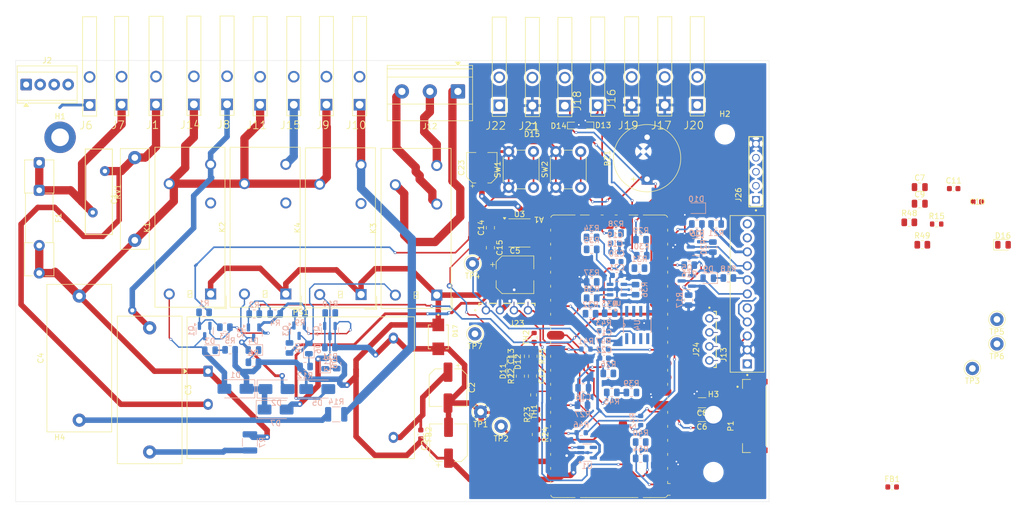
<source format=kicad_pcb>
(kicad_pcb (version 20241229) (generator "pcbnew") (generator_version "9.0")
  (layers (0 "F.Cu" signal) (2 "B.Cu" signal) (13 "F.Paste" user) (15 "B.Paste" user) (5 "F.SilkS" user "F.Silkscreen") (7 "B.SilkS" user "B.Silkscreen") (1 "F.Mask" user) (3 "B.Mask" user) (25 "Edge.Cuts" user))
  (net 0 "")
  (net 2 "/HV_INPUT + PROTECTION/L_FUSED")
  (net 3 "+5v")
  (net 4 "GND")
  (net 5 "/Relays+RC SNUBBER/PUMP_LOAD")
  (net 6 "Net-(C3-Pad2)")
  (net 7 "Net-(C4-Pad1)")
  (net 8 "ADC-REF")
  (net 9 "/SENSOR INPUT/GPIO_28")
  (net 10 "Net-(D1-A)")
  (net 11 "Net-(D2-A)")
  (net 12 "Net-(D3-K)")
  (net 13 "Net-(D4-K)")
  (net 14 "Net-(D5-A)")
  (net 15 "Net-(D6-K)")
  (net 16 "Net-(D7-A)")
  (net 17 "Net-(D8-K)")
  (net 18 "Net-(D9-K)")
  (net 19 "Net-(D10-K)")
  (net 20 "/HV_INPUT + PROTECTION/LIVE")
  (net 22 "/Relays+RC SNUBBER/LED_LOAD")
  (net 24 "/Relays+RC SNUBBER/SPARE_LOAD")
  (net 25 "/Relays+RC SNUBBER/3_WAY_VALVE_LOAD")
  (net 27 "GNDA")
  (net 28 "Net-(Q1-B)")
  (net 29 "Net-(Q2-B)")
  (net 30 "Net-(Q3-B)")
  (net 31 "Net-(Q4-B)")
  (net 32 "Net-(Q5-B)")
  (net 33 "Net-(Q6-B)")
  (net 34 "+3V3")
  (net 35 "Net-(R22-Pad1)")
  (net 36 "Net-(R24-Pad2)")
  (net 37 "3V3-EN")
  (net 38 "Net-(C18-Pad2)")
  (net 39 "Net-(C20-Pad2)")
  (net 40 "/SENSOR INPUT/AC_SENSE")
  (net 42 "Earth_Protective")
  (net 43 "Net-(C21-Pad2)")
  (net 44 "/SENSOR INPUT/AC_OUT")
  (net 45 "Net-(U4-IN+)")
  (net 46 "Net-(U4-IN-)")
  (net 47 "/SENSOR INPUT/V_RFE(1.65V)")
  (net 48 "Net-(R38-Pad1)")
  (net 49 "/MCU (page 4)/GPIO_4")
  (net 50 "/MCU (page 4)/GPIO_5")
  (net 51 "GPIO0")
  (net 52 "/MCU (page 4)/GPIO_16")
  (net 53 "Net-(A1-GPIO15)")
  (net 54 "GPIO1")
  (net 55 "/MCU (page 4)/GPIO6")
  (net 57 "/MCU (page 4)/GPIO_26")
  (net 58 "/MCU (page 4)/GPIO_14")
  (net 60 "/MCU (page 4)/GPIO_3")
  (net 61 "/MCU (page 4)/GPIO_10")
  (net 63 "GPIO22")
  (net 65 "B00T_SEL")
  (net 66 "Net-(A1-GPIO19)")
  (net 68 "/MCU (page 4)/GPIO_17")
  (net 69 "/MCU (page 4)/GPIO_18")
  (net 71 "GPIO9")
  (net 72 "GPIO21")
  (net 73 "/MCU (page 4)/GPIO_13")
  (net 74 "/MCU (page 4)/GPIO_11")
  (net 75 "/MCU (page 4)/GPIO_20")
  (net 76 "/MCU (page 4)/GPIO_12")
  (net 78 "/MCU (page 4)/GPIO_2")
  (net 79 "PIN_RUN")
  (net 80 "GPIO8")
  (net 82 "/MCU (page 4)/GPIO7")
  (net 83 "/MCU (page 4)/GPIO_27")
  (net 84 "Net-(BZ1-+)")
  (net 85 "/HV_INPUT + PROTECTION/N_FUSED")
  (net 86 "Net-(PS1-+Vout)")
  (net 87 "Net-(D16-K)")
  (net 88 "Net-(J23-Pad03)")
  (net 89 "Net-(J23-Pad04)")
  (net 92 "/PORTS/CT_LINE_+")
  (net 93 "/PORTS/CT_LINE_-")
  (net 94 "Net-(P1-Pad4)")
  (net 97 "Net-(P1-Pad3)")
  (net 102 "Net-(J12-Pin_1)")
  (net 103 "Net-(J12-Pin_3)")
  (net 104 "THERMOCOUPLE-")
  (net 105 "BREW_HEATER_-(C)")
  (net 106 "STEAM_HEATER_-(C)")
  (net 107 "PRESSUE-SIGNAL")
  (net 108 "THERMOCOUPLE+")
  (footprint "Capacitor_SMD:C_0805_2012Metric" (layer "F.Cu") (at 161.07 70.73 -90)
    (property "Reference" "C15")
    (property "Value" "100n")
  )
  (footprint "Connector_Pin:Pin_D1.0mm_L10.0mm_LooseFit" (layer "F.Cu") (at 158.265 86.3425)
    (property "Reference" "TP7")
    (property "Value" "TestPoint_Alt")
  )
  (footprint "Connector_Pin:Pin_D1.0mm_L10.0mm_LooseFit" (layer "F.Cu") (at 252.895 88.1725)
    (property "Reference" "TP6")
    (property "Value" "TestPoint_Alt")
  )
  (footprint "Capacitor_SMD:C_0603_1608Metric" (layer "F.Cu") (at 245.05 60.01)
    (property "Reference" "C11")
    (property "Value" "100n")
  )
  (footprint "MountingHole:MountingHole_3.2mm_M3_ISO7380_Pad_TopBottom" (layer "F.Cu") (at 83.07 50.72)
    (property "Reference" "H1")
    (property "Value" "MountingHole_Pad")
  )
  (footprint "Diode_SMD:D_SOD-882" (layer "F.Cu") (at 179.0075 48.55 180)
    (property "Reference" "D13")
    (property "Value" "PESD5V0S1UL")
  )
  (footprint "NetTie:NetTie-2_SMD_Pad2.0mm" (layer "F.Cu") (at 165.7 99.64 90)
    (property "Reference" "NT1" (hide yes))
    (property "Value" "NetTie_2" (hide yes))
  )
  (footprint "6.3mm spade:TE_928814-1" (layer "F.Cu") (at 100.46 44.78 180)
    (property "Reference" "J1")
    (property "Value" "928814-1")
  )
  (footprint "Diode_SMD:D_SOD-882" (layer "F.Cu") (at 164.7 91.41 -90)
    (property "Reference" "D12")
    (property "Value" "PESD5V0S1UL")
  )
  (footprint "RELAY:Relay_SPDT_Omron_G2RL-1 MODIFIED" (layer "F.Cu") (at 151.35 79.32 180)
    (property "Reference" "K3")
    (property "Value" "G2RL-1-H")
  )
  (footprint "Connector_Pin:Pin_D1.0mm_L10.0mm_LooseFit" (layer "F.Cu") (at 163.015 103.0925)
    (property "Reference" "TP2")
    (property "Value" "TestPoint_Alt")
  )
  (footprint "Module:RaspberryPi_Pico_SMD" (layer "F.Cu") (at 182.6 90.41 180)
    (property "Reference" "A1")
    (property "Value" "RaspberryPi_Pico")
  )
  (footprint "Inductor_SMD:L_0603_1608Metric" (layer "F.Cu") (at 233.9 114.1)
    (property "Reference" "FB1")
    (property "Value" "FerriteBead")
  )
  (footprint "Resistor_SMD:R_0603_1608Metric" (layer "F.Cu") (at 241.97 66.44)
    (property "Reference" "R15")
    (property "Value" "10K")
  )
  (footprint "Resistor_SMD:R_0805_2012Metric" (layer "F.Cu") (at 166.5 94.01 90)
    (property "Reference" "R22")
    (property "Value" "1K")
  )
  (footprint "Button_Switch_THT:SW_PUSH_6mm" (layer "F.Cu") (at 172.94 59.8 90)
    (property "Reference" "SW2")
    (property "Value" "SW_Push")
  )
  (footprint "4 PIN:SAMTEC_MTLW-104-X-X-S-X" (layer "F.Cu") (at 200.77 87.35 90)
    (property "Reference" "J24")
    (property "Value" "MTLW-104-X-X-S-X")
  )
  (footprint "Resistor_SMD:R_0805_2012Metric" (layer "F.Cu") (at 237.01 66.13)
    (property "Reference" "R48")
    (property "Value" "330")
  )
  (footprint "Capacitor_THT:C_Rect_L18.0mm_W5.0mm_P15.00mm_FKS3_FKP3" (layer "F.Cu") (at 96.61 69.39 90)
    (property "Reference" "C1")
    (property "Value" "C")
  )
  (footprint "RELAY:Relay_SPDT_Omron_G2RL-1 MODIFIED" (layer "F.Cu") (at 123.9875 79.1175 180)
    (property "Reference" "K2")
    (property "Value" "G2RL-1-H")
  )
  (footprint "Capacitor_SMD:C_0805_2012Metric" (layer "F.Cu") (at 238.9 62.75)
    (property "Reference" "C9")
    (property "Value" "100n")
  )
  (footprint "Capacitor_SMD:CP_Elec_5x5.4" (layer "F.Cu") (at 159.515 56.2325 90)
    (property "Reference" "C23")
    (property "Value" "C_Polarized")
  )
  (footprint "TerminalBlock_TE-Connectivity:TerminalBlock_TE_282834-4_1x04_P2.54mm_Horizontal" (layer "F.Cu") (at 76.92 41.15)
    (property "Reference" "J2")
    (property "Value" "Screw_Terminal_01x04")
  )
  (footprint "Connector_Pin:Pin_D1.0mm_L10.0mm_LooseFit" (layer "F.Cu") (at 252.895 83.7225)
    (property "Reference" "TP5")
    (property "Value" "TestPoint_Alt")
  )
  (footprint "6.3mm spade:TE_928814-1" (layer "F.Cu") (at 174.57 44.98 180)
    (property "Reference" "J18")
    (property "Value" "928814-1")
  )
  (footprint "Capacitor_SMD:C_0603_1608Metric" (layer "F.Cu") (at 249.34 62.405)
    (property "Reference" "C10")
    (property "Value" "100n")
  )
  (footprint "LED_SMD:LED_0805_2012Metric" (layer "F.Cu") (at 253.99 70.2)
    (property "Reference" "D16")
    (property "Value" "LED")
  )
  (footprint "Resistor_SMD:R_0603_1608Metric" (layer "F.Cu") (at 168.9 97.41 90)
    (property "Reference" "TH1")
    (property "Value" "50k NTC")
  )
  (footprint "6.3mm spade:TE_928814-1" (layer "F.Cu") (at 137.36 44.81 180)
    (property "Reference" "J10")
    (property "Value" "928814-1")
  )
  (footprint "Capacitor_SMD:C_0805_2012Metric" (layer "F.Cu") (at 238.9 59.74)
    (property "Reference" "C7")
    (property "Value" "100n")
  )
  (footprint "6.3mm spade:TE_928814-1" (layer "F.Cu") (at 168.68 44.97 180)
    (property "Reference" "J21")
    (property "Value" "928814-1")
  )
  (footprint "Capacitor_THT:C_Rect_L26.5mm_W11.5mm_P22.50mm_MKS4" (layer "F.Cu") (at 99.31 85.26 -90)
    (property "Reference" "C3")
    (property "Value" "100n")
  )
  (footprint "MountingHole:MountingHole_3.2mm_M3_ISO14580" (layer "F.Cu") (at 201.5 101)
    (property "Reference" "H3")
    (property "Value" "MountingHole")
  )
  (footprint "6.3mm spade:TE_928814-1" (layer "F.Cu") (at 180.53 44.91 180)
    (property "Reference" "J16")
    (property "Value" "928814-1")
  )
  (footprint "Resistor_SMD:R_0805_2012Metric" (layer "F.Cu") (at 168.8 90.41 -90)
    (property "Reference" "R25")
    (property "Value" "1K")
  )
  (footprint "RELAY:Relay_SPDT_Omron_G2RL-1 MODIFIED" (layer "F.Cu") (at 110.3575 79.1175 180)
    (property "Reference" "K1")
    (property "Value" "G2RL-1-H")
  )
  (footprint "Resistor_SMD:R_0603_1608Metric" (layer "F.Cu") (at 169 87.01 90)
    (property "Reference" "TH2")
    (property "Value" "50k NTC")
  )
  (footprint "6.3mm spade:TE_928814-1" (layer "F.Cu") (at 198.57 44.85 180)
    (property "Reference" "J20")
    (property "Value" "928814-1")
  )
  (footprint "Converter_ACDC:Converter_ACDC_Hi-Link_HLK-5Mxx" (layer "F.Cu") (at 109.89 93.11)
    (property "Reference" "PS1")
    (property "Value" "HLK-5M05")
  )
  (footprint "Connector_Pin:Pin_D1.0mm_L10.0mm_LooseFit" (layer "F.Cu") (at 159.305 100.5025)
    (property "Reference" "TP1")
    (property "Value" "TestPoint_Alt")
  )
  (footprint "MountingHole:MountingHole_3.2mm_M3_ISO14580" (layer "F.Cu") (at 83 108.8)
    (property "Reference" "H4")
    (property "Value" "MountingHole")
  )
  (footprint "6.3mm spade:TE_928814-1" (layer "F.Cu") (at 107.32 44.75 180)
    (property "Reference" "J14")
    (property "Value" "928814-1")
  )
  (footprint "6.3mm spade:TE_928814-1" (layer "F.Cu") (at 119.33 44.82 180)
    (property "Reference" "J11")
    (property "Value" "928814-1")
  )
  (footprint "Buzzer_Beeper:Buzzer_12x9.5RM7.6" (layer "F.Cu") (at 189.48 58.3 90)
    (property "Reference" "BZ1")
    (property "Value" "Buzzer")
  )
  (footprint "8 PIN HEADER:JST_BM08B-GHS-TBT_LF__SN__N_" (layer "F.Cu") (at 206.575 101.23 90)
    (property "Reference" "P1")
    (property "Value" "BM08B-GHS-TBT_LF__SN__N_")
  )
  (footprint "Capacitor_SMD:CP_Elec_6.3x5.9" (layer "F.Cu") (at 153.39 96.09 -90)
    (property "Reference" "C2")
    (property "Value" "100u")
  )
  (footprint "Resistor_SMD:R_0805_2012Metric" (layer "F.Cu") (at 169.4 100.99 90)
    (property "Reference" "R23")
    (property "Value" "3.3K")
  )
  (footprint "6.3mm spade:TE_928814-1" (layer "F.Cu") (at 94.22 44.8 180)
    (property "Reference" "J7")
    (property "Value" "928814-1")
  )
  (footprint "11 PIN:PHOENIX_1725740" (layer "F.Cu") (at 210.74 93.3 90)
    (property "Reference" "J13")
    (property "Value" "1725740")
  )
  (footprint "6.3mm spade:TE_928814-1" (layer "F.Cu") (at 192.68 44.86 180)
    (property "Reference" "J17")
    (property "Value" "928814-1")
  )
  (footprint "MountingHole:MountingHole_3.2mm_M3_ISO14580" (layer "F.Cu") (at 203.57 50.19)
    (property "Reference" "H2")
    (property "Value" "MountingHole")
  )
  (footprint "RELAY:Relay_SPDT_Omron_G2RL-1 MODIFIED" (layer "F.Cu") (at 137.6275 79.2175 180)
    (property "Reference" "K4")
    (property "Value" "G2RL-1-H")
  )
  (footprint "6.3mm spade:TE_928814-1" (layer "F.Cu") (at 125.43 44.81 180)
    (property "Reference" "J15")
    (property "Value" "928814-1")
  )
  (footprint "Diode_SMD:D_SOD-882" (layer "F.Cu") (at 175.84 48.58)
    (property "Reference" "D14")
    (property "Value" "PESD5V0S1UL")
  )
  (footprint "TerminalBlock_Phoenix:TerminalBlock_Phoenix_MKDS-1,5-3-5.08_1x03_P5.08mm_Horizontal" (layer "F.Cu") (at 155.185 42.3975 180)
    (property "Reference" "J12")
    (property "Value" "Screw_Terminal_01x03")
  )
  (footprint "4 PIN:SAMTEC_MTLW-104-X-X-S-X" (layer "F.Cu") (at 164.075 82.0625 180)
    (property "Reference" "J23")
    (property "Value" "MTLW-104-X-X-S-X")
  )
  (footprint "Capacitor_SMD:C_1206_3216Metric" (layer "F.Cu") (at 199.42 101.34 180)
    (property "Reference" "C6")
    (property "Value" "47u")
  )
  (footprint "Capacitor_THT:C_Rect_L26.5mm_W11.5mm_P22.50mm_MKS4" (layer "F.Cu") (at 86.55 101.99 90)
    (property "Reference" "C4")
    (property "Value" "100n")
  )
  (footprint "Capacitor_SMD:C_0805_2012Metric" (layer "F.Cu") (at 168.7 94.01 -90)
    (property "Reference" "C12")
    (property "Value" "100n")
  )
  (footprint "5 PIN:SAMTEC_TSW-105-05-L-S-LL" (layer "F.Cu") (at 209.21 62.04 90)
    (property "Reference" "J26")
    (property "Value" "TSW-105-05-L-S-LL")
  )
  (footprint "Capacitor_SMD:CP_Elec_6.3x5.9" (layer "F.Cu") (at 153.48 106.08 90)
    (property "Reference" "C24")
    (property "Value" "100u")
  )
  (footprint "6.3mm spade:TE_928814-1" (layer "F.Cu") (at 162.68 44.92 180)
    (property "Reference" "J22")
    (property "Value" "928814-1")
  )
  (footprint "Button_Switch_THT:SW_PUSH_6mm" (layer "F.Cu") (at 164.39 59.8 90)
    (property "Reference" "SW1")
    (property "Value" "SW_Push")
  )
  (footprint "Fuse:Fuseholder_Clip-5x20mm_Littelfuse_111_Inline_P20.00x5.00mm_D1.05mm_Horizontal" (layer "F.Cu") (at 79.29 55.32 -90)
    (property "Reference" "F1")
    (property "Value" "Fuse_Small")
  )
  (footprint "Capacitor_SMD:CP_Elec_6.3x5.9" (layer "F.Cu") (at 165.53 75.63)
    (property "Reference" "C5")
    (property "Value" "100u")
  )
  (footprint "Resistor_SMD:R_0805_2012Metric" (layer "F.Cu") (at 239.37 70.19)
    (property "Reference" "R49")
    (property "Value" "330")
  )
  (footprint "Connector_Pin:Pin_D1.0mm_L10.0mm_LooseFit" (layer "F.Cu") (at 157.825 73.6025)
    (property "Reference" "TP4")
    (property "Value" "TestPoint_Alt")
  )
  (footprint "6.3mm spade:TE_928814-1" (layer "F.Cu") (at 131.35 44.8 180)
    (property "Reference" "J9")
    (property "Value" "928814-1")
  )
  (footprint "Inductor_SMD:L_0603_1608Metric" (layer "F.Cu") (at 148.45 104.57 -90)
    (property "Reference" "FB2")
    (property "Value" "FerriteBead")
  )
  (footprint "6.3mm spade:TE_928814-1" (layer "F.Cu") (at 113.34 44.73 180)
    (property "Reference" "J8")
    (property "Value" "928814-1")
  )
  (footprint "Resistor_SMD:R_0805_2012Metric" (layer "F.Cu") (at 169.4 104.59 -90)
    (property "Reference" "R24")
    (property "Value" "1.2K")
  )
  (footprint "Diode_SMD:D_SOD-882" (layer "F.Cu") (at 164.7 93.11 90)
    (property "Reference" "D11")
    (property "Value" "PESD5V0S1UL")
  )
  (footprint "6.3mm spade:TE_928814-1" (layer "F.Cu") (at 88.42 44.86 180)
    (property "Reference" "J6")
    (property "Value" "928814-1")
  )
  (footprint "Package_SO:SOIC-8_3.9x4.9mm_P1.27mm" (layer "F.Cu") (at 166.34 68.05)
    (property "Reference" "U3")
    (property "Value" "MAX31855KASA")
  )
  (footprint "6.3mm spade:TE_928814-1" (layer "F.Cu") (at 186.68 44.86 180)
    (property "Reference" "J19")
    (property "Value" "928814-1")
  )
  (footprint "Varistor:RV_Disc_D15.5mm_W4.9mm_P7.5mm" (layer "F.Cu") (at 88.99 64.34 90)
    (property "Reference" "RV1")
    (property "Value" "Varistor")
  )
  (footprint "Diode_SMD:D_SOD-882" (layer "F.Cu") (at 168.6075 48.79 180)
    (property "Reference" "D15")
    (property "Value" "PESD5V0S1UL")
  )
  (footprint "Capacitor_SMD:C_1206_3216Metric" (layer "F.Cu") (at 199.445 98.83 180)
    (property "Reference" "C8")
    (property "Value" "22U")
  )
  (footprint "Capacitor_SMD:C_0805_2012Metric" (layer "F.Cu") (at 161.07 67.11 90)
    (property "Reference" "C14")
    (property "Value" "10n")
  )
  (footprint "D(5V):DIOM4336X265N" (layer "F.Cu") (at 151.63 86.89 -90)
    (property "Reference" "D17")
    (property "Value" "SMBJ5.0A")
  )
  (footprint "Capacitor_SMD:C_0805_2012Metric" (layer "F.Cu") (at 166.5 90.41 90)
    (property "Reference" "C13")
    (property "Value" "100n")
  )
  (footprint "Connector_Pin:Pin_D1.0mm_L10.0mm_LooseFit" (layer "F.Cu") (at 248.445 92.6225)
    (property "Reference" "TP3")
    (property "Value" "TestPoint_Alt")
  )
  (footprint "Package_TO_SOT_SMD:SOT-23-5" (layer "B.Cu") (at 178.6 107.88)
    (property "Reference" "U1")
    (property "Value" "AP2112K-3.3")
  )
  (footprint "Package_TO_SOT_SMD:SOT-23" (layer "B.Cu") (at 196.68 76.75 180)
    (property "Reference" "Q5")
    (property "Value" "MMBT2222A")
  )
  (footprint "Resistor_SMD:R_0805_2012Metric" (layer "B.Cu") (at 177.77 99.28)
    (property "Reference" "R27")
    (property "Value" "10K")
  )
  (footprint "COMPARATOR:COMPARTOR_SOT95P280X145-5N" (layer "B.Cu") (at 184.02 78.32)
    (property "Reference" "U5")
    (property "Value" "TLV3201AIDBVR")
  )
  (footprint "Resistor_SMD:R_0805_2012Metric" (layer "B.Cu") (at 183.075 96.9625)
    (property "Reference" "R45")
    (property "Value" "33")
  )
  (footprint "Resistor_SMD:R_0805_2012Metric" (layer "B.Cu") (at 182.7 82.6 180)
    (property "Reference" "R33")
    (property "Value" "10K")
  )
  (footprint "Resistor_SMD:R_0805_2012Metric" (layer "B.Cu") (at 201.4 70.62 -90)
    (property "Reference" "R20")
    (property "Value" "10K")
  )
  (footprint "Resistor_SMD:R_0603_1608Metric" (layer "B.Cu") (at 181.615 85.7925 180)
    (property "Reference" "R43")
    (property "Value" "10K")
  )
  (footprint "LED_SMD:LED_0805_2012Metric" (layer "B.Cu") (at 128.17 89 90)
    (property "Reference" "D6")
    (property "Value" "LED")
  )
  (footprint "LED_SMD:LED_0805_2012Metric" (layer "B.Cu") (at 131.13 91.72 90)
    (property "Reference" "D8")
    (property "Value" "LED")
  )
  (footprint "Resistor_SMD:R_0805_2012Metric" (layer "B.Cu") (at 188.51 72.17 180)
    (property "Reference" "R30")
    (property "Value" "10K")
  )
  (footprint "Resistor_SMD:R_1210_3225Metric" (layer "B.Cu") (at 117.48 106.02 90)
    (property "Reference" "R7")
    (property "Value" "100")
  )
  (footprint "Resistor_SMD:R_0603_1608Metric" (layer "B.Cu") (at 177.535 104.2625 180)
    (property "Reference" "R46")
    (property "Value" "4.7k")
  )
  (footprint "Resistor_SMD:R_0603_1608Metric" (layer "B.Cu") (at 188.315 102.0525 -90)
    (property "Reference" "R42")
    (property "Value" "10K")
  )
  (footprint "Capacitor_SMD:C_0603_1608Metric" (layer "B.Cu") (at 183.69 69.89 180)
    (property "Reference" "C19")
    (property "Value" "100n")
  )
  (footprint "Capacitor_SMD:C_0603_1608Metric" (layer "B.Cu") (at 181.69 90.73 180)
    (property "Reference" "C22")
    (property "Value" "100n")
  )
  (footprint "Resistor_SMD:R_0805_2012Metric" (layer "B.Cu") (at 187.38 78.33 90)
    (property "Reference" "R36")
    (property "Value" "100K")
  )
  (footprint "Diode_SMD:D_SMA" (layer "B.Cu") (at 129.6925 96.35)
    (property "Reference" "D5")
    (property "Value" "1N4007")
  )
  (footprint "Resistor_SMD:R_0805_2012Metric" (layer "B.Cu") (at 204.21 76.22 180)
    (property "Reference" "R18")
    (property "Value" "1K")
  )
  (footprint "Resistor_SMD:R_0805_2012Metric" (layer "B.Cu") (at 188.37 69.28 180)
    (property "Reference" "R29")
    (property "Value" "10K")
  )
  (footprint "Resistor_SMD:R_0805_2012Metric" (layer "B.Cu") (at 198.5 66.43)
    (property "Reference" "R19")
    (property "Value" "1K")
  )
  (footprint "Capacitor_SMD:C_0805_2012Metric" (layer "B.Cu") (at 177.91 96.13)
    (property "Reference" "C16")
    (property "Value" "100n")
  )
  (footprint "Package_TO_SOT_SMD:SOT-23" (layer "B.Cu") (at 118.15825 86.12 -90)
    (property "Reference" "Q2")
    (property "Value" "MMBT2222A")
  )
  (footprint "Package_TO_SOT_SMD:SOT-23" (layer "B.Cu") (at 131.98 85.85 -90)
    (property "Reference" "Q4")
    (property "Value" "MMBT2222A")
  )
  (footprint "Diode_SMD:D_SMA" (layer "B.Cu") (at 114.86 96.31 180)
    (property "Reference" "D1")
    (property "Value" "1N4007")
  )
  (footprint "Resistor_SMD:R_0805_2012Metric" (layer "B.Cu") (at 133.21 91.73 -90)
    (property "Reference" "R13")
    (property "Value" "10K")
  )
  (footprint "Resistor_SMD:R_0805_2012Metric" (layer "B.Cu") (at 182.45 93.52 180)
    (property "Reference" "R26")
    (property "Value" "4.7K")
  )
  (footprint "Resistor_SMD:R_0805_2012Metric" (layer "B.Cu") (at 197.12 73.89)
    (property "Reference" "R16")
    (property "Value" "1K")
  )
  (footprint "Resistor_SMD:R_0805_2012Metric" (layer "B.Cu") (at 179.43 79.88 180)
    (property "Reference" "R38")
    (property "Value" "1M")
  )
  (footprint "LED_SMD:LED_0805_2012Metric" (layer "B.Cu") (at 198.41 63.56 180)
    (property "Reference" "D10")
    (property "Value" "LED")
  )
  (footprint "Capacitor_SMD:C_0603_1608Metric" (layer "B.Cu") (at 183.69 71.48 180)
    (property "Reference" "C18")
    (property "Value" "100n")
  )
  (footprint "Resistor_SMD:R_0805_2012Metric" (layer "B.Cu") (at 126.56 82.68)
    (property "Reference" "R9")
    (property "Value" "470")
  )
  (footprint "Resistor_SMD:R_0805_2012Metric" (layer "B.Cu") (at 118.26 82.75 180)
    (property "Reference" "R2")
    (property "Value" "1K")
  )
  (footprint "Resistor_SMD:R_0805_2012Metric" (layer "B.Cu") (at 188.09 74.43 180)
    (property "Reference" "R31")
    (property "Value" "10K")
  )
  (footprint "Resistor_SMD:R_0805_2012Metric" (layer "B.Cu") (at 179.43 71.03 180)
    (property "Reference" "R35")
    (property "Value" "10K")
  )
  (footprint "Resistor_SMD:R_0805_2012Metric" (layer "B.Cu") (at 201.99 66.43)
    (property "Reference" "R21")
    (property "Value" "1K")
  )
  (footprint "Resistor_SMD:R_0805_2012Metric" (layer "B.Cu") (at 131.98 88.81)
    (property "Reference" "R11")
    (property "Value" "470")
  )
  (footprint "Diode_SMD:D_SMA" (layer "B.Cu") (at 122.3 96.35)
    (property "Reference" "D2")
    (property "Value" "1N4007")
  )
  (footprint "LED_SMD:LED_0805_2012Metric" (layer "B.Cu") (at 110.23 89.31 180)
    (property "Reference" "D3")
    (property "Value" "LED")
  )
  (footprint "Resistor_SMD:R_0805_2012Metric" (layer "B.Cu") (at 179.23 82.69 180)
    (property "Reference" "R32")
    (property "Value" "10K")
  )
  (footprint "Package_TO_SOT_SMD:SOT-23" (layer "B.Cu") (at 198.33 70.5975 180)
    (property "Reference" "Q6")
    (property "Value" "MMBT2222A")
  )
  (footprint "Resistor_SMD:R_1210_3225Metric" (layer "B.Cu") (at 133.12 100.93 180)
    (property "Reference" "R14")
    (property "Value" "100")
  )
  (footprint "Resistor_SMD:R_0805_2012Metric" (layer "B.Cu") (at 197 80.23 -90)
    (property "Reference" "R17")
    (property "Value" "10K")
  )
  (footprint "Resistor_SMD:R_0805_2012Metric" (layer "B.Cu") (at 188.315 105.9625 180)
    (property "Reference" "R40")
    (property "Value" "33")
  )
  (footprint "Resistor_SMD:R_0805_2012Metric" (layer "B.Cu") (at 113.89 89.24 180)
    (property "Reference" "R5")
    (property "Value" "10K")
  )
  (footprint "Capacitor_SMD:C_0603_1608Metric" (layer "B.Cu") (at 183.97 75.75 180)
    (property "Reference" "C21")
    (property "Value" "100n")
  )
  (footprint "Resistor_SMD:R_0603_1608Metric" (layer "B.Cu") (at 181.565 89.1025 180)
    (property "Reference" "R47")
    (property "Value" "4.7k")
  )
  (footprint "Resistor_SMD:R_0603_1608Metric" (layer "B.Cu") (at 178.385 89.1125 180)
    (property "Reference" "R41")
    (property "Value" "10K")
  )
  (footprint "Resistor_SMD:R_0805_2012Metric" (layer "B.Cu") (at 112.94 85.14)
    (property "Reference" "R3")
    (property "Value" "470")
  )
  (footprint "Resistor_SMD:R_0805_2012Metric" (layer "B.Cu") (at 183.84 68.08 180)
    (property "Reference" "R28")
    (property "Value" "10K")
  )
  (footprint "Capacitor_SMD:C_0603_1608Metric" (layer "B.Cu") (at 183.97 73.24 180)
    (property "Reference" "C20")
    (property "Value" "1u")
  )
  (footprint "Resistor_SMD:R_0805_2012Metric" (layer "B.Cu") (at 132.04 82.57 180)
    (property "Reference" "R10")
    (property "Value" "1K")
  )
  (footprint "Package_TO_SOT_SMD:SOT-23" (layer "B.Cu") (at 126.4 85.77 -90)
    (property "Reference" "Q3")
    (property "Value" "MMBT2222A")
  )
  (footprint "Package_TO_SOT_SMD:SOT-23" (layer "B.Cu") (at 109.2775 85.83 -90)
    (property "Reference" "Q1")
    (property "Value" "MMBT2222A")
  )
  (footprint "OPA342UA:D8" (layer "B.Cu") (at 187.69 84.74 -90)
    (property "Reference" "U4")
    (property "Value" "OPA342UA")
  )
  (footprint "Resistor_SMD:R_0805_2012Metric" (layer "B.Cu") (at 188.315 108.9125 180)
    (property "Reference" "R44")
    (property "Value" "33")
  )
  (footprint "Resistor_SMD:R_0805_2012Metric" (layer "B.Cu") (at 186.635 96.9825 180)
    (property "Reference" "R39")
    (property "Value" "33")
  )
  (footprint "Diode_SMD:D_SMA" (layer "B.Cu") (at 122.1325 100.06)
    (property "Reference" "D7")
    (property "Value" "1N4007")
  )
  (footprint "Resistor_SMD:R_0805_2012Metric" (layer "B.Cu") (at 179.43 76.93 180)
    (property "Reference" "R37")
    (property "Value" "100K")
  )
  (footprint "Resistor_SMD:R_0805_2012Metric" (layer "B.Cu") (at 109.17 82.44 180)
    (property "Reference" "R1")
    (property "Value" "1K")
  )
  (footprint "LED_SMD:LED_0805_2012Metric" (layer "B.Cu") (at 118.11 89.27 180)
    (property "Reference" "D4")
    (property "Value" "LED")
  )
  (footprint "Resistor_SMD:R_0805_2012Metric" (layer "B.Cu") (at 118.12 91.49 180)
    (property "Reference" "R6")
    (property "Value" "10K")
  )
  (footprint "Resistor_SMD:R_0805_2012Metric" (layer "B.Cu") (at 127.48 92.26)
    (property "Reference" "R12")
    (property "Value" "10K")
  )
  (footprint "Capacitor_SMD:C_0603_1608Metric" (layer "B.Cu") (at 181.69 87.58 180)
    (property "Reference" "C17")
    (property "Value" "100n")
  )
  (footprint "Resistor_SMD:R_0805_2012Metric" (layer "B.Cu") (at 179.41 68.87 180)
    (property "Reference" "R34")
    (property "Value" "100")
  )
  (footprint "Resistor_SMD:R_0805_2012Metric" (layer "B.Cu") (at 124.65 88.9 90)
    (property "Reference" "R8")
    (property "Value" "1K")
  )
  (footprint "LED_SMD:LED_0805_2012Metric" (layer "B.Cu") (at 200.57 76.25 180)
    (property "Reference" "D9")
    (property "Value" "LED")
  )
  (footprint "Resistor_SMD:R_0805_2012Metric" (layer "B.Cu") (at 122.06 82.73)
    (property "Reference" "R4")
    (property "Value" "470")
  )
  (gr_rect (start 75 36.79) (end 211.58 116.79) (stroke (width 0.05)) (fill no) (layer "Edge.Cuts"))
  (segment (start 105.75 52.28) (end 107.32 50.71) (width 1.5) (layer "F.Cu") (net 2))
  (segment (start 82.15 75.09) (end 86.55 79.49) (width 1.5) (layer "F.Cu") (net 2))
  (segment (start 119.33 48.07) (end 119.33 44.82) (width 1.5) (layer "F.Cu") (net 2))
  (segment (start 103.6875 62.3125) (end 96.61 69.39) (width 1.5) (layer "F.Cu") (net 2))
  (segment (start 131.42 57.925) (end 130.1275 59.2175) (width 1.5) (layer "F.Cu") (net 2))
  (segment (start 116.4875 50.9125) (end 119.33 48.07) (width 1.5) (layer "F.Cu") (net 2))
  (segment (start 100.17 93.11) (end 95.945 88.885) (width 1) (layer "F.Cu") (net 2))
  (segment (start 109.89 93.11) (end 120.6 103.82) (width 1) (layer "F.Cu") (net 2))
  (segment (start 79.29 75.32) (end 82.38 75.32) (width 1.5) (layer "F.Cu") (net 2))
  (segment (start 116.4875 59.1175) (end 130.0275 59.1175) (width 1.5) (layer "F.Cu") (net 2))
  (segment (start 131.42 48.87) (end 131.42 57.925) (width 1.5) (layer "F.Cu") (net 2))
  (segment (start 116.4875 59.1175) (end 116.4875 50.9125) (width 1.5) (layer "F.Cu") (net 2))
  (segment (start 130.0275 59.1175) (end 130.1275 59.2175) (width 1.5) (layer "F.Cu") (net 2))
  (segment (start 131.42 48.87) (end 131.35 48.8) (width 1.5) (layer "F.Cu") (net 2))
  (segment (start 103.6875 59.3975) (end 103.6875 62.3125) (width 1.5) (layer "F.Cu") (net 2))
  (segment (start 86.55 79.49) (end 86.55 79.45) (width 1) (layer "F.Cu") (net 2))
  (segment (start 82.38 75.32) (end 86.55 79.49) (width 1.5) (layer "F.Cu") (net 2))
  (segment (start 105.75 56.225) (end 105.75 52.28) (width 1.5) (layer "F.Cu") (net 2))
  (segment (start 79.29 75.32) (end 79.29 70.32) (width 1.5) (layer "F.Cu") (net 2))
  (segment (start 95.945 88.885) (end 86.55 79.49) (width 1) (layer "F.Cu") (net 2))
  (segment (start 109.89 93.11) (end 100.17 93.11) (width 1) (layer "F.Cu") (net 2))
  (segment (start 120.6 103.82) (end 120.6 105.09) (width 1) (layer "F.Cu") (net 2))
  (segment (start 116.4875 59.1175) (end 102.8575 59.1175) (width 1.5) (layer "F.Cu") (net 2))
  (segment (start 107.32 50.71) (end 107.32 44.75) (width 1.5) (layer "F.Cu") (net 2))
  (segment (start 131.35 48.8) (end 131.35 44.8) (width 1.5) (layer "F.Cu") (net 2))
  (segment (start 102.8575 59.1175) (end 105.75 56.225) (width 1.5) (layer "F.Cu") (net 2))
  (segment (start 86.55 79.45) (end 96.61 69.39) (width 1) (layer "F.Cu") (net 2))
  (via (at 120.6 105.09) (size 1) (drill 0.5) (layers "F.Cu" "B.Cu") (net 2))
  (segment (start 120.6 105.09) (end 118.0125 105.09) (width 1) (layer "B.Cu") (net 2))
  (segment (start 118.0125 105.09) (end 117.48 104.5575) (width 1) (layer "B.Cu") (net 2))
  (segment (start 166.77 71.59) (end 166.77 63.95) (width 1) (layer "F.Cu") (net 3))
  (segment (start 151.63 84.725) (end 151.63 79.6) (width 1) (layer "F.Cu") (net 3))
  (segment (start 157.34 112.74) (end 153.48 108.88) (width 1) (layer "F.Cu") (net 3))
  (segment (start 137.6275 77.1025) (end 140.19 74.54) (width 1) (layer "F.Cu") (net 3))
  (segment (start 123.9875 79.1175) (end 123.9875 77.2225) (width 1) (layer "F.Cu") (net 3))
  (segment (start 126.46 74.75) (end 133.16 74.75) (width 1) (layer "F.Cu") (net 3))
  (segment (start 159.54 58.4575) (end 159.515 58.4325) (width 1) (layer "F.Cu") (net 3))
  (segment (start 151.35 79.32) (end 159.04 79.32) (width 1) (layer "F.Cu") (net 3))
  (segment (start 119.33 74.46) (end 123.9875 79.1175) (width 1) (layer "F.Cu") (net 3))
  (segment (start 166.77 63.95) (end 166.05 63.23) (width 1) (layer "F.Cu") (net 3))
  (segment (start 148.45 105.3575) (end 148.45 105.84) (width 0.5) (layer "F.Cu") (net 3))
  (segment (start 159.54 61.41) (end 159.54 58.4575) (width 1) (layer "F.Cu") (net 3))
  (segment (start 140.13 108.36) (end 145.93 108.36) (width 1) (layer "F.Cu") (net 3))
  (segment (start 136.72 94) (end 136.72 92.79) (width 1) (layer "F.Cu") (net 3))
  (segment (start 145.93 108.36) (end 148.45 105.84) (width 1) (layer "F.Cu") (net 3))
  (segment (start 112.94 74.46) (end 119.33 74.46) (width 1) (layer "F.Cu") (net 3))
  (segment (start 146.57 74.54) (end 151.35 79.32) (width 1) (layer "F.Cu") (net 3))
  (segment (start 172.91 112) (end 175.6 112) (width 1) (layer "F.Cu") (net 3))
  (segment (start 123.9875 77.2225) (end 126.46 74.75) (width 1) (layer "F.Cu") (net 3))
  (segment (start 175.6 112) (end 176.14 111.46) (width 1) (layer "F.Cu") (net 3))
  (segment (start 135.08 95.64) (end 136.72 94) (width 1) (layer "F.Cu") (net 3))
  (segment (start 205.775 88.585) (end 207.64 86.72) (width 0.3) (layer "F.Cu") (net 3))
  (segment (start 172.17 112.74) (end 157.34 112.74) (width 1) (layer "F.Cu") (net 3))
  (segment (start 151.63 79.6) (end 151.35 79.32) (width 1) (layer "F.Cu") (net 3))
  (segment (start 110.3575 77.0425) (end 112.94 74.46) (width 1) (layer "F.Cu") (net 3))
  (segment (start 136.72 91.1) (end 136.72 92.79) (width 1) (layer "F.Cu") (net 3))
  (segment (start 136.72 92.79) (end 136.72 104.95) (width 1) (layer "F.Cu") (net 3))
  (segment (start 205.775 96.855) (end 205.775 88.585) (width 0.3) (layer "F.Cu") (net 3))
  (segment (start 159.04 79.32) (end 162.73 75.63) (width 1) (layer "F.Cu") (net 3))
  (segment (start 148.45 105.84) (end 151.49 108.88) (width 0.5) (layer "F.Cu") (net 3))
  (segment (start 137.6275 79.2175) (end 137.6275 77.1025) (width 1) (layer "F.Cu") (net 3))
  (segment (start 162.73 75.63) (end 166.77 71.59) (width 1) (layer "F.Cu") (net 3))
  (segment (start 133.16 74.75) (end 137.6275 79.2175) (width 1) (layer "F.Cu") (net 3))
  (segment (start 140.19 74.54) (end 146.57 74.54) (width 1) (layer "F.Cu") (net 3))
  (segment (start 151.63 84.725) (end 143.095 84.725) (width 1) (layer "F.Cu") (net 3))
  (segment (start 110.3575 79.1175) (end 110.3575 77.0425) (width 1) (layer "F.Cu") (net 3))
  (segment (start 151.49 108.88) (end 153.48 108.88) (width 0.5) (layer "F.Cu") (net 3))
  (segment (start 172.91 112) (end 172.17 112.74) (width 1) (layer "F.Cu") (net 3))
  (segment (start 143.095 84.725) (end 136.72 91.1) (width 1) (layer "F.Cu") (net 3))
  (segment (start 136.72 104.95) (end 140.13 108.36) (width 1) (layer "F.Cu") (net 3))
  (via (at 159.54 61.41) (size 1) (drill 0.5) (layers "F.Cu" "B.Cu") (net 3))
  (via (at 135.08 95.64) (size 1) (drill 0.5) (layers "F.Cu" "B.Cu") (net 3))
  (via (at 166.05 63.23) (size 1) (drill 0.5) (layers "F.Cu" "B.Cu") (net 3))
  (via (at 176.14 111.46) (size 1) (drill 0.5) (layers "F.Cu" "B.Cu") (net 3))
  (segment (start 116.86 94.17) (end 114.8025 92.1125) (width 1) (layer "B.Cu") (net 3))
  (segment (start 176.14 111.46) (end 176.14 110.1525) (width 1) (layer "B.Cu") (net 3))
  (segment (start 120.1325 100.06) (end 120.1325 96.5175) (width 1) (layer "B.Cu") (net 3))
  (segment (start 165.52 62.7) (end 160.83 62.7) (width 1) (layer "B.Cu") (net 3))
  (segment (start 133.449344 90.8175) (end 134.611 91.979156) (width 1) (layer "B.Cu") (net 3))
  (segment (start 134.611 93.729) (end 133.77 94.57) (width 1) (layer "B.Cu") (net 3))
  (segment (start 116.86 96.31) (end 116.86 94.17) (width 1) (layer "B.Cu") (net 3))
  (segment (start 133.77 94.57) (end 128.49 94.57) (width 1) (layer "B.Cu") (net 3))
  (segment (start 116.9 96.35) (end 116.86 96.31) (width 1) (layer "B.Cu") (net 3))
  (segment (start 201.0775 67.0675) (end 205.49 71.48) (width 0.5) (layer "B.Cu") (net 3))
  (segment (start 205.49 71.48) (end 207.64 71.48) (width 0.5) (layer "B.Cu") (net 3))
  (segment (start 127.035 93.115) (end 126.5675 92.6475) (width 1) (layer "B.Cu") (net 3))
  (segment (start 114.8025 92.1125) (end 114.8025 89.24) (width 1) (layer "B.Cu") (net 3))
  (segment (start 128.49 94.57) (end 127.035 93.115) (width 1) (layer "B.Cu") (net 3))
  (segment (start 127.6925 96.35) (end 127.6925 93.7725) (width 0.5) (layer "B.Cu") (net 3))
  (segment (start 133.21 90.8175) (end 133.449344 90.8175) (width 1) (layer "B.Cu") (net 3))
  (segment (start 127.6925 93.7725) (end 127.035 93.115) (width 0.5) (layer "B.Cu") (net 3))
  (segment (start 133.77 95.3) (end 134.11 95.64) (width 1) (layer "B.Cu") (net 3))
  (segment (start 176.14 110.1525) (end 177.4115 108.881) (width 1) (layer "B.Cu") (net 3))
  (segment (start 115.86 93.17) (end 114.8025 92.1125) (width 1) (layer "B.Cu") (net 3))
  (segment (start 160.83 62.7) (end 159.54 61.41) (width 1) (layer "B.Cu") (net 3))
  (segment (start 201.0775 66.43) (end 201.0775 67.0675) (width 0.5) (layer "B.Cu") (net 3))
  (segment (start 166.05 63.23) (end 165.52 62.7) (width 1) (layer "B.Cu") (net 3))
  (segment (start 134.611 91.979156) (end 134.611 93.729) (width 1) (layer "B.Cu") (net 3))
  (segment (start 126.5675 92.6475) (end 126.5675 92.26) (width 1) (layer "B.Cu") (net 3))
  (segment (start 125.7975 91.49) (end 126.5675 92.26) (width 1) (layer "B.Cu") (net 3))
  (segment (start 207.3 76.22) (end 207.64 76.56) (width 0.3) (layer "B.Cu") (net 3))
  (segment (start 119.0325 92.2275) (end 118.09 93.17) (width 1) (layer "B.Cu") (net 3))
  (segment (start 118.09 93.17) (end 115.86 93.17) (width 1) (layer "B.Cu") (net 3))
  (segment (start 134.11 95.64) (end 135.08 95.64) (width 1) (layer "B.Cu") (net 3))
  (segment (start 120.3 96.35) (end 116.9 96.35) (width 1) (layer "B.Cu") (net 3))
  (segment (start 119.0325 91.49) (end 125.7975 91.49) (width 1) (layer "B.Cu") (net 3))
  (segment (start 205.1225 76.22) (end 207.3 76.22) (width 0.3) (layer "B.Cu") (net 3))
  (segment (start 133.77 94.57) (end 133.77 95.3) (width 1) (layer "B.Cu") (net 3))
  (segment (start 177.4115 108.881) (end 177.4625 108.881) (width 1) (layer "B.Cu") (net 3))
  (segment (start 120.1325 96.5175) (end 120.3 96.35) (width 1) (layer "B.Cu") (net 3))
  (segment (start 119.0325 91.49) (end 119.0325 92.2275) (width 1) (layer "B.Cu") (net 3))
  (segment (start 172.94 53.3) (end 172.94 59.8) (width 0.3) (layer "F.Cu") (net 4))
  (segment (start 157.69 98.89) (end 159.41 100.61) (width 1) (layer "F.Cu") (net 4))
  (segment (start 172.94 52.68) (end 172.94 53.3) (width 0.3) (layer "F.Cu") (net 4))
  (segment (start 161.86 106.7) (end 159.41 104.25) (width 1) (layer "F.Cu") (net 4))
  (segment (start 198.075 98.985) (end 197.92 98.83) (width 0.3) (layer "F.Cu") (net 4))
  (segment (start 143.49 87.11) (end 143.28 87.11) (width 1) (layer "F.Cu") (net 4))
  (segment (start 159.41 104.25) (end 159.41 100.61) (width 1) (layer "F.Cu") (net 4))
  (segment (start 192.29 109.46) (end 194.75 109.46) (width 0.3) (layer "F.Cu") (net 4))
  (segment (start 198.04 97.22) (end 198.081119 97.22) (width 0.3) (layer "F.Cu") (net 4))
  (segment (start 192.29 71.36) (end 193.5 71.36) (width 0.3) (layer "F.Cu") (net 4))
  (segment (start 159.41 100.61) (end 163.38 100.61) (width 0.5) (layer "F.Cu") (net 4))
  (segment (start 153.465 89.055) (end 151.63 89.055) (width 1) (layer "F.Cu") (net 4))
  (segment (start 153.39 98.89) (end 157.69 98.89) (width 1) (layer "F.Cu") (net 4))
  (segment (start 172.91 109.46) (end 173.86 109.46) (width 1) (layer "F.Cu") (net 4))
  (segment (start 159.62 54.14) (end 160.46 53.3) (width 0.5) (layer "F.Cu") (net 4))
  (segment (start 163.38 100.61) (end 163.64 100.87) (width 0.5) (layer "F.Cu") (net 4))
  (segment (start 167.89 51.82) (end 172.08 51.82) (width 0.3) (layer "F.Cu") (net 4))
  (segment (start 178.6575 48.0475) (end 178.28 47.67) (width 0.3) (layer "F.Cu") (net 4))
  (segment (start 197.97 98.83) (end 197.97 97.29) (width 0.3) (layer "F.Cu") (net 4))
  (segment (start 164.39 59.8) (end 167.02 57.17) (width 0.3) (layer "F.Cu") (net 4))
  (segment (start 153.48 103.28) (end 153.48 98.98) (width 1) (layer "F.Cu") (net 4))
  (segment (start 198.075 101.31) (end 198.075 98.985) (width 0.3) (layer "F.Cu") (net 4))
  (segment (start 168.03 107.920656) (end 168.03 107.92) (width 1) (layer "F.Cu") (net 4))
  (segment (start 164.39 53.3) (end 164.39 59.8) (width 0.3) (layer "F.Cu") (net 4))
  (segment (start 172.91 84.06) (end 174.94 84.06) (width 0.25) (layer "F.Cu") (net 4))
  (segment (start 169.569344 109.46) (end 168.03 107.920656) (width 1) (layer "F.Cu") (net 4))
  (segment (start 153.48 98.98) (end 153.39 98.89) (width 1) (layer "F.Cu") (net 4))
  (segment (start 156.4 95.88) (end 156.4 91.99) (width 1) (layer "F.Cu") (net 4))
  (segment (start 192.29 96.76) (end 190.67 96.76) (width 0.3) (layer "F.Cu") (net 4))
  (segment (start 191.96 84.39) (end 192.29 84.06) (width 0.3) (layer "F.Cu") (net 4))
  (segment (start 172.08 51.82) (end 172.94 52.68) (width 0.3) (layer "F.Cu") (net 4))
  (segment (start 166.81 106.7) (end 161.86 106.7) (width 1) (layer "F.Cu") (net 4))
  (segment (start 194.75 109.46) (end 194.79 109.5) (width 0.3) (layer "F.Cu") (net 4))
  (segment (start 151.63 89.055) (end 145.765 89.055) (width 1) (layer "F.Cu") (net 4))
  (segment (start 176.89 76.51) (end 176.89 82.11) (width 0.25) (layer "F.Cu") (net 4))
  (segment (start 178.6575 48.55) (end 178.6575 48.0475) (width 0.3) (layer "F.Cu") (net 4))
  (segment (start 168.33 75.63) (end 168.69 75.27) (width 0.25) (layer "F.Cu") (net 4))
  (segment (start 173.86 109.46) (end 174.9 108.42) (width 1) (layer "F.Cu") (net 4))
  (segment (start 156.4 91.99) (end 153.465 89.055) (width 1) (layer "F.Cu") (net 4))
  (segment (start 165.38 78.36) (end 165.6 78.36) (width 1) (layer "F.Cu") (net 4))
  (segment (start 167.02 52.69) (end 167.89 51.82) (width 0.3) (layer "F.Cu") (net 4))
  (segment (start 160.46 53.3) (end 164.39 53.3) (width 0.5) (layer "F.Cu") (net 4))
  (segment (start 165.23 100.87) (end 163.64 100.87) (width 0.5) (layer "F.Cu") (net 4))
  (segment (start 177.19 76.01) (end 176.45 75.27) (width 0.3) (layer "F.Cu") (net 4))
  (segment (start 143.28 87.11) (end 140.25 90.14) (width 1) (layer "F.Cu") (net 4))
  (segment (start 167.02 57.17) (end 167.02 52.69) (width 0.3) (layer "F.Cu") (net 4))
  (segment (start 168.69 75.27) (end 174.84 75.27) (width 0.25) (layer "F.Cu") (net 4))
  (segment (start 115.14 85.24) (end 116.11 86.21) (width 0.25) (layer "F.Cu") (net 4))
  (segment (start 170.06 71.36) (end 172.91 71.36) (width 0.25) (layer "F.Cu") (net 4))
  (segment (start 164.01 81.07) (end 164.01 80.94) (width 1) (layer "F.Cu") (net 4))
  (segment (start 174.84 75.27) (end 175.65 75.27) (width 0.25) (layer "F.Cu") (net 4))
  (segment (start 193.5 71.36) (end 194.17 70.69) (width 0.3) (layer "F.Cu") (net 4))
  (segment (start 165.6 78.36) (end 168.33 75.63) (width 1) (layer "F.Cu") (net 4))
  (segment (start 176.19 48.58) (end 176.96 48.58) (width 0.3) (layer "F.Cu") (net 4))
  (segment (start 162.91 82.17) (end 164.01 81.07) (width 1) (layer "F.Cu") (net 4))
  (segment (start 168.33 75.63) (end 168.33 73.09) (width 0.25) (layer "F.Cu") (net 4))
  (segment (start 168.03 107.92) (end 166.81 106.7) (width 1) (layer "F.Cu") (net 4))
  (segment (start 153.39 98.89) (end 156.4 95.88) (width 1) (layer "F.Cu") (net 4))
  (segment (start 175.65 75.27) (end 176.89 76.51) (width 0.25) (layer "F.Cu") (net 4))
  (segment (start 164.01 80.94) (end 164.56 80.39) (width 1) (layer "F.Cu") (net 4))
  (segment (start 197.97 97.29) (end 198.04 97.22) (width 0.3) (layer "F.Cu") (net 4))
  (segment (start 172.91 109.46) (end 169.569344 109.46) (width 1) (layer "F.Cu") (net 4))
  (segment (start 145.765 89.055) (end 144.425 87.715) (width 1) (layer "F.Cu") (net 4))
  (segment (start 128.13 86.3) (end 135.01 86.3) (width 0.25) (layer "F.Cu") (net 4))
  (segment (start 176.45 75.27) (end 174.84 75.27) (width 0.3) (layer "F.Cu") (net 4))
  (segment (start 116.11 86.21) (end 120.8 86.21) (width 0.25) (layer "F.Cu") (net 4))
  (segment (start 178.6275 48.58) (end 178.6575 48.55) (width 0.3) (layer "F.Cu") (net 4))
  (segment (start 198.081119 97.22) (end 198.51972 96.781399) (width 0.3) (layer "F.Cu") (net 4))
  (segment (start 168.33 73.09) (end 170.06 71.36) (width 0.25) (layer "F.Cu") (net 4))
  (segment (start 174.94 84.06) (end 176.89 82.11) (width 0.25) (layer "F.Cu") (net 4))
  (segment (start 176.96 48.58) (end 177.1 48.44) (width 0.3) (layer "F.Cu") (net 4))
  (segment (start 188.94 84.39) (end 191.96 84.39) (width 0.3) (layer "F.Cu") (net 4))
  (segment (start 135.01 86.3) (end 135.68 85.63) (width 0.25) (layer "F.Cu") (net 4))
  (segment (start 143.49 87.11) (end 143.82 87.11) (width 1) (layer "F.Cu") (net 4))
  (segment (start 190.67 96.76) (end 190.16 97.27) (width 0.3) (layer "F.Cu") (net 4))
  (segment (start 165.91 101.55) (end 165.23 100.87) (width 0.5) (layer "F.Cu") (net 4))
  (segment (start 143.82 87.11) (end 144.425 87.715) (width 1) (layer "F.Cu") (net 4))
  (via (at 195.1 110.02) (size 0.5) (drill 0.3) (layers "F.Cu" "B.Cu") (net 4))
  (via (at 188.94 84.39) (size 0.5) (drill 0.3) (layers "F.Cu" "B.Cu") (net 4))
  (via (at 198.04 97.22) (size 0.5) (drill 0.3) (layers "F.Cu" "B.Cu") (net 4))
  (via (at 174.9 108.42) (size 1) (drill 0.5) (layers "F.Cu" "B.Cu") (net 4))
  (via (at 194.17 70.69) (size 0.5) (drill 0.3) (layers "F.Cu" "B.Cu") (net 4))
  (via (at 165.38 78.36) (size 1) (drill 0.5) (layers "F.Cu" "B.Cu") (net 4))
  (via (at 115.14 85.24) (size 0.5) (drill 0.3) (layers "F.Cu" "B.Cu") (net 4))
  (via (at 135.68 85.63) (size 0.5) (drill 0.3) (layers "F.Cu" "B.Cu") (net 4))
  (via (at 198.51972 96.781399) (size 0.5) (drill 0.3) (layers "F.Cu" "B.Cu") (net 4))
  (via (at 120.8 86.21) (size 0.5) (drill 0.3) (layers "F.Cu" "B.Cu") (net 4))
  (via (at 194.600056 70.202604) (size 0.5) (drill 0.3) (layers "F.Cu" "B.Cu") (net 4))
  (via (at 128.13 86.3) (size 0.5) (drill 0.3) (layers "F.Cu" "B.Cu") (net 4))
  (via (at 194.79 109.5) (size 0.5) (drill 0.3) (layers "F.Cu" "B.Cu") (net 4))
  (via (at 164.56 80.39) (size 1) (drill 0.5) (layers "F.Cu" "B.Cu") (net 4))
  (via (at 190.16 97.27) (size 0.5) (drill 0.3) (layers "F.Cu" "B.Cu") (net 4))
  (via (at 140.25 90.14) (size 1) (drill 0.5) (layers "F.Cu" "B.Cu") (net 4))
  (via (at 177.1 48.44) (size 0.5) (drill 0.3) (layers "F.Cu" "B.Cu") (net 4))
  (via (at 178.28 47.67) (size 0.5) (drill 0.3) (layers "F.Cu" "B.Cu") (net 4))
  (via (at 177.19 76.01) (size 0.5) (drill 0.3) (layers "F.Cu" "B.Cu") (net 4))
  (via (at 190.28 97.82) (size 0.5) (drill 0.3) (layers "F.Cu" "B.Cu") (net 4))
  (segment (start 132.93 88.7725) (end 132.8925 88.81) (width 0.25) (layer "B.Cu") (net 4))
  (segment (start 120.8 86.21) (end 120.13575 86.21) (width 0.5) (layer "B.Cu") (net 4))
  (segment (start 184.48 85.21) (end 184.65 85.04) (width 0.3) (layer "B.Cu") (net 4))
  (segment (start 111.22 87.25) (end 112.47 87.25) (width 0.25) (layer "B.Cu") (net 4))
  (segment (start 177.4625 107.88) (end 175.44 107.88) (width 0.5) (layer "B.Cu") (net 4))
  (segment (start 194.79 109.71) (end 195.1 110.02) (width 0.3) (layer "B.Cu") (net 4))
  (segment (start 122.9725 82.73) (end 122.9725 82.2775) (width 0.25) (layer "B.Cu") (net 4))
  (segment (start 190.16 97.27) (end 190.16 97.7) (width 0.3) (layer "B.Cu") (net 4))
  (segment (start 115.04 85.14) (end 115.14 85.24) (width 0.25) (layer "B.Cu") (net 4))
  (segment (start 194.79 109.5) (end 194.79 109.71) (width 0.3) (layer "B.Cu") (net 4))
  (segment (start 122.9725 82.2775) (end 124.36 80.89) (width 0.5) (layer "B.Cu") (net 4))
  (segment (start 127.4725 81.5425) (end 126.82 80.89) (width 0.25) (layer "B.Cu") (net 4))
  (segment (start 183.899 77.790999) (end 183.369999 78.32) (width 0.3) (layer "B.Cu") (net 4))
  (segment (start 113.8525 85.8675) (end 113.8525 85.14) (width 0.25) (layer "B.Cu") (net 4))
  (segment (start 201.385 71.5475) (end 201.4 71.5325) (width 0.5) (layer "B.Cu") (net 4))
  (segment (start 127.35 84.8325) (end 127.35 85.52) (width 0.25) (layer "B.Cu") (net 4))
  (segment (start 135.35 84.13) (end 135.74 84.52) (width 0.25) (layer "B.Cu") (net 4))
  (segment (start 182.545 85.9) (end 182.905 85.54) (width 0.3) (layer "B.Cu") (net 4))
  (segment (start 121.320928 84.28) (end 122.870928 82.73) (width 0.5) (layer "B.Cu") (net 4))
  (segment (start 184.83 85.04) (end 184.92 84.95) (width 0.3) (layer "B.Cu") (net 4))
  (segment (start 120.13575 86.21) (end 119.10825 85.1825) (width 0.5) (layer "B.Cu") (net 4))
  (segment (start 184.92 84.95) (end 187.25 84.95) (width 0.3) (layer "B.Cu") (net 4))
  (segment (start 187.25 84.95) (end 187.81 84.39) (width 0.3) (layer "B.Cu") (net 4))
  (segment (start 135.68 85.63) (end 135.74 85.57) (width 0.25) (layer "B.Cu") (net 4))
  (segment (start 127.4725 84.71) (end 127.35 84.8325) (width 0.25) (layer "B.Cu") (net 4))
  (segment (start 184.745 75.75) (end 183.899 76.596) (width 0.3) (layer "B.Cu") (net 4))
  (segment (start 194.17 70.63266) (end 194.600056 70.202604) (width 0.3) (layer "B.Cu") (net 4))
  (segment (start 182.905 85.54) (end 183.72 85.54) (width 0.3) (layer "B.Cu") (net 4))
  (segment (start 178.11 76.93) (end 177.19 76.01) (width 0.3) (layer "B.Cu") (net 4))
  (segment (start 119.10825 85.1825) (end 120.01075 84.28) (width 0.5) (layer "B.Cu") (net 4))
  (segment (start 187.81 84.39) (end 188.94 84.39) (width 0.3) (layer "B.Cu") (net 4))
  (segment (start 183.369999 78.32) (end 182.765 78.32) (width 0.3) (layer "B.Cu") (net 4))
  (segment (start 164.56 80.39) (end 164.56 79.18) (width 1) (layer "B.Cu") (net 4))
  (segment (start 110.2275 84.8925) (end 110.2275 86.2575) (width 0.25) (layer "B.Cu") (net 4))
  (segment (start 127.4725 82.68) (end 127.4725 81.5425) (width 0.25) (layer "B.Cu") (net 4))
  (segment (start 127.4725 82.68) (end 127.4725 84.71) (width 0.25) (layer "B.Cu") (net 4))
  (segment (start 110.2275 86.2575) (end 111.22 87.25) (width 0.25) (layer "B.Cu") (net 4))
  (segment (start 138.92 88.81) (end 132.8925 88.81) (width 1) (layer "B.Cu") (net 4))
  (segment (start 113.8525 85.14) (end 115.04 85.14) (width 0.25) (layer "B.Cu") (net 4))
  (segment (start 140.25 90.14) (end 138.92 88.81) (width 1) (layer "B.Cu") (net 4))
  (segment (start 132.93 84.9125) (end 133.7125 84.13) (width 0.25) (layer "B.Cu") (net 4))
  (segment (start 120.01075 84.28) (end 121.320928 84.28) (width 0.5) (layer "B.Cu") (net 4))
  (segment (start 178.5175 76.93) (end 178.11 76.93) (width 0.3) (layer "B.Cu") (net 4))
  (segment (start 194.17 70.69) (end 194.17 70.63266) (width 0.3) (layer "B.Cu") (net 4))
  (segment (start 180.58 49.39) (end 182.29 49.39) (width 0.3) (layer "B.Cu") (net 4))
  (segment (start 135.74 85.57) (end 135.74 84.52) (width 0.25) (layer "B.Cu") (net 4))
  (segment (start 133.7125 84.13) (end 135.35 84.13) (width 0.25) (layer "B.Cu") (net 4))
  (segment (start 184.465 71.48) (end 184.465 69.89) (width 0.3) (layer "B.Cu") (net 4))
  (segment (start 127.35 85.52) (end 128.13 86.3) (width 0.25) (layer "B.Cu") (net 4))
  (segment (start 112.47 87.25) (end 113.8525 85.8675) (width 0.25) (layer "B.Cu") (net 4))
  (segment (start 175.44 107.88) (end 174.9 108.42) (width 0.5) (layer "B.Cu") (net 4))
  (segment (start 184.05 85.21) (end 184.48 85.21) (width 0.3) (layer "B.Cu") (net 4))
  (segment (start 124.36 80.89) (end 126.82 80.89) (width 0.5) (layer "B.Cu") (net 4))
  (segment (start 184.65 85.04) (end 184.83 85.04) (width 0.3) (layer "B.Cu") (net 4))
  (segment (start 183.899 76.596) (end 183.899 77.790999) (width 0.3) (layer "B.Cu") (net 4))
  (segment (start 164.56 79.18) (end 165.38 78.36) (width 1) (layer "B.Cu") (net 4))
  (segment (start 183.72 85.54) (end 184.05 85.21) (width 0.3) (layer "B.Cu") (net 4))
  (segment (start 179.9075 78.32) (end 178.5175 76.93) (width 0.3) (layer "B.Cu") (net 4))
  (segment (start 122.870928 82.73) (end 122.9725 82.73) (width 0.25) (layer "B.Cu") (net 4))
  (segment (start 132.93 84.9125) (end 132.93 88.7725) (width 0.25) (layer "B.Cu") (net 4))
  (segment (start 190.16 97.7) (end 190.28 97.82) (width 0.3) (layer "B.Cu") (net 4))
  (segment (start 182.765 78.32) (end 179.9075 78.32) (width 0.3) (layer "B.Cu") (net 4))
  (segment (start 99.31 85.26) (end 99.31 85.24) (width 1) (layer "F.Cu") (net 5))
  (segment (start 96.16 82.09) (end 99.31 85.24) (width 1) (layer "F.Cu") (net 5))
  (via (at 96.16 82.09) (size 1.5) (drill 0.75) (layers "F.Cu" "B.Cu") (net 5))
  (segment (start 96.16 78.27) (end 107.28 67.15) (width 1) (layer "B.Cu") (net 5))
  (segment (start 96.16 82.09) (end 96.16 78.27) (width 1) (layer "B.Cu") (net 5))
  (segment (start 110.3575 57.8675) (end 110.3575 55.6175) (width 1) (layer "B.Cu") (net 5))
  (segment (start 110.3575 55.6175) (end 110.3575 53.5725) (width 1) (layer "B.Cu") (net 5))
  (segment (start 107.28 61.31) (end 110.54 58.05) (width 1) (layer "B.Cu") (net 5))
  (segment (start 110.54 58.05) (end 110.3575 57.8675) (width 1) (layer "B.Cu") (net 5))
  (segment (start 107.28 67.15) (end 107.28 61.31) (width 1) (layer "B.Cu") (net 5))
  (segment (start 110.3575 53.5725) (end 113.34 50.59) (width 1) (layer "B.Cu") (net 5))
  (segment (start 113.34 50.59) (end 113.34 44.73) (width 1) (layer "B.Cu") (net 5))
  (segment (start 112.66 107.76) (end 112.9375 107.4825) (width 1) (layer "B.Cu") (net 6))
  (segment (start 112.9375 107.4825) (end 117.48 107.4825) (width 1) (layer "B.Cu") (net 6))
  (segment (start 99.31 107.76) (end 112.66 107.76) (width 1) (layer "B.Cu") (net 6))
  (segment (start 86.55 101.99) (end 130.5975 101.99) (width 1) (layer "B.Cu") (net 7))
  (segment (start 130.5975 101.99) (end 131.6575 100.93) (width 1) (layer "B.Cu") (net 7))
  (segment (start 164.47 104.55) (end 166.35 104.55) (width 0.5) (layer "F.Cu") (net 8))
  (segment (start 167.3025 103.5975) (end 168.8 103.5975) (width 0.5) (layer "F.Cu") (net 8))
  (segment (start 172.8475 101.9025) (end 172.91 101.84) (width 0.3) (layer "F.Cu") (net 8))
  (segment (start 169.4 101.9025) (end 172.8475 101.9025) (width 0.3) (layer "F.Cu") (net 8))
  (segment (start 163.12 103.2) (end 164.47 104.55) (width 0.5) (layer "F.Cu") (net 8))
  (segment (start 166.35 104.55) (end 167.3025 103.5975) (width 0.5) (layer "F.Cu") (net 8))
  (segment (start 168.8 101.8225) (end 168.8 103.5975) (width 0.25) (layer "F.Cu") (net 8))
  (segment (start 181.06 92.38) (end 181.5 91.94) (width 0.3) (layer "F.Cu") (net 9))
  (segment (start 179.55 92.38) (end 181.06 92.38) (width 0.3) (layer "F.Cu") (net 9))
  (segment (start 172.93 99.28) (end 172.91 99.3) (width 0.3) (layer "F.Cu") (net 9))
  (segment (start 175.65 99.28) (end 172.93 99.28) (width 0.3) (layer "F.Cu") (net 9))
  (via (at 175.65 99.28) (size 0.5) (drill 0.3) (layers "F.Cu" "B.Cu") (net 9))
  (via (at 179.55 92.38) (size 0.5) (drill 0.3) (layers "F.Cu" "B.Cu") (net 9))
  (via (at 181.5 91.94) (size 0.5) (drill 0.3) (layers "F.Cu" "B.Cu") (net 9))
  (segment (start 179.12 92.38) (end 176.96 94.54) (width 0.3) (layer "B.Cu") (net 9))
  (segment (start 176.8575 99.28) (end 175.65 99.28) (width 0.3) (layer "B.Cu") (net 9))
  (segment (start 181.5 93.4825) (end 181.5375 93.52) (width 0.3) (layer "B.Cu") (net 9))
  (segment (start 179.55 92.38) (end 179.12 92.38) (width 0.3) (layer "B.Cu") (net 9))
  (segment (start 176.8575 98.7425) (end 176.96 98.64) (width 0.3) (layer "B.Cu") (net 9))
  (segment (start 181.5 91.94) (end 181.5 93.4825) (width 0.3) (layer "B.Cu") (net 9))
  (segment (start 176.96 98.64) (end 176.96 96.13) (width 0.3) (layer "B.Cu") (net 9))
  (segment (start 176.96 94.54) (end 176.96 96.13) (width 0.3) (layer "B.Cu") (net 9))
  (segment (start 176.8575 99.28) (end 176.8575 98.7425) (width 0.3) (layer "B.Cu") (net 9))
  (segment (start 102.8575 79.1175) (end 102.8575 87.0375) (width 0.25) (layer "F.Cu") (net 10))
  (segment (start 102.8575 87.0375) (end 103.15 87.33) (width 0.25) (layer "F.Cu") (net 10))
  (via (at 103.15 87.33) (size 0.5) (drill 0.3) (layers "F.Cu" "B.Cu") (net 10))
  (segment (start 104.57 88.75) (end 106.7 88.75) (width 0.25) (layer "B.Cu") (net 10))
  (segment (start 103.15 87.33) (end 104.57 88.75) (width 0.25) (layer "B.Cu") (net 10))
  (segment (start 109.2775 86.7675) (end 107.295 88.75) (width 0.25) (layer "B.Cu") (net 10))
  (segment (start 112.86 93.378156) (end 109.2925 89.810656) (width 1) (layer "B.Cu") (net 10))
  (segment (start 112.86 96.31) (end 112.86 93.378156) (width 1) (layer "B.Cu") (net 10))
  (segment (start 107.295 88.75) (end 106.7 88.75) (width 0.25) (layer "B.Cu") (net 10))
  (segment (start 109.2925 89.810656) (end 109.2925 89.31) (width 1) (layer "B.Cu") (net 10))
  (segment (start 108.7325 88.75) (end 106.7 88.75) (width 0.3) (layer "B.Cu") (net 10))
  (segment (start 109.2925 89.31) (end 108.7325 88.75) (width 0.3) (layer "B.Cu") (net 10))
  (segment (start 116 87.86) (end 122.08 93.94) (width 0.5) (layer "F.Cu") (net 11))
  (segment (start 122.08 93.94) (end 123.32 93.94) (width 0.5) (layer "F.Cu") (net 11))
  (via (at 116 87.86) (size 1) (drill 0.5) (layers "F.Cu" "B.Cu") (net 11))
  (via (at 123.32 93.94) (size 1) (drill 0.5) (layers "F.Cu" "B.Cu") (net 11))
  (segment (start 123.32 93.94) (end 123.32 95.37) (width 0.5) (layer "B.Cu") (net 11))
  (segment (start 115.84 81.68) (end 116.4875 81.0325) (width 0.25) (layer "B.Cu") (net 11))
  (segment (start 117.1725 89.0325) (end 116 87.86) (width 0.5) (layer "B.Cu") (net 11))
  (segment (start 116.4875 81.0325) (end 116.4875 79.1175) (width 0.25) (layer "B.Cu") (net 11))
  (segment (start 118.15825 87.0575) (end 116.8775 87.0575) (width 0.25) (layer "B.Cu") (net 11))
  (segment (start 115.84 86.02) (end 116.8775 87.0575) (width 0.25) (layer "B.Cu") (net 11))
  (segment (start 115.84 86.02) (end 115.84 81.68) (width 0.25) (layer "B.Cu") (net 11))
  (segment (start 117.1225 87.0575) (end 116.22 87.96) (width 0.25) (layer "B.Cu") (net 11))
  (segment (start 117.1725 89.27) (end 117.1725 89.0325) (width 0.5) (layer "B.Cu") (net 11))
  (segment (start 118.15825 87.0575) (end 117.1225 87.0575) (width 0.25) (layer "B.Cu") (net 11))
  (segment (start 123.32 95.37) (end 124.3 96.35) (width 0.5) (layer "B.Cu") (net 11))
  (segment (start 112.9075 89.31) (end 112.9775 89.24) (width 0.3) (layer "B.Cu") (net 12))
  (segment (start 111.1675 89.31) (end 112.9075 89.31) (width 0.3) (layer "B.Cu") (net 12))
  (segment (start 117.2075 91.11) (end 119.0475 89.27) (width 0.25) (layer "B.Cu") (net 13))
  (segment (start 117.2075 91.49) (end 117.2075 91.11) (width 0.25) (layer "B.Cu") (net 13))
  (segment (start 125.84 90.24) (end 126.63 89.45) (width 0.5) (layer "F.Cu") (net 14))
  (segment (start 125.84 98.02) (end 125.84 90.24) (width 0.5) (layer "F.Cu") (net 14))
  (via (at 125.84 98.02) (size 0.5) (drill 0.3) (layers "F.Cu" "B.Cu") (net 14))
  (via (at 126.63 89.45) (size 0.5) (drill 0.3) (layers "F.Cu" "B.Cu") (net 14))
  (segment (start 128.31 78.17) (end 128.31 80.77) (width 0.25) (layer "B.Cu") (net 14))
  (segment (start 128.31 80.77) (end 128.94 81.4) (width 0.25) (layer "B.Cu") (net 14))
  (segment (start 129.17 77.31) (end 141.84 77.31) (width 0.25) (layer "B.Cu") (net 14))
  (segment (start 128.17 88.0625) (end 128.94 87.2925) (width 0.25) (layer "B.Cu") (net 14))
  (segment (start 126.63 89.45) (end 126.7825 89.45) (width 0.5) (layer "B.Cu") (net 14))
  (segment (start 128.94 81.8) (end 128.94 81.55) (width 0.25) (layer "B.Cu") (net 14))
  (segment (start 126.815 86.7075) (end 128.17 88.0625) (width 0.25) (layer "B.Cu") (net 14))
  (segment (start 131.6925 96.35) (end 130.0225 98.02) (width 0.5) (layer "B.Cu") (net 14))
  (segment (start 141.84 77.31) (end 143.85 79.32) (width 0.25) (layer "B.Cu") (net 14))
  (segment (start 126.7825 89.45) (end 128.17 88.0625) (width 0.5) (layer "B.Cu") (net 14))
  (segment (start 126.4 86.7075) (end 126.815 86.7075) (width 0.25) (layer "B.Cu") (net 14))
  (segment (start 128.94 87.2925) (end 128.94 81.8) (width 0.25) (layer "B.Cu") (net 14))
  (segment (start 128.31 78.17) (end 129.17 77.31) (width 0.25) (layer "B.Cu") (net 14))
  (segment (start 128.94 81.8) (end 128.94 81.4) (width 0.25) (layer "B.Cu") (net 14))
  (segment (start 130.0225 98.02) (end 125.84 98.02) (width 0.5) (layer "B.Cu") (net 14))
  (segment (start 128.17 92.0375) (end 128.3925 92.26) (width 0.25) (layer "B.Cu") (net 15))
  (segment (start 128.17 89.9375) (end 128.17 92.0375) (width 0.25) (layer "B.Cu") (net 15))
  (segment (start 129.83 95.76) (end 126.51 99.08) (width 1) (layer "F.Cu") (net 16))
  (segment (start 129.83 90.89) (end 129.83 95.76) (width 1) (layer "F.Cu") (net 16))
  (via (at 126.51 99.08) (size 1) (drill 0.5) (layers "F.Cu" "B.Cu") (net 16))
  (via (at 129.83 90.89) (size 1) (drill 0.5) (layers "F.Cu" "B.Cu") (net 16))
  (segment (start 131.13 90.7825) (end 129.9375 90.7825) (width 1) (layer "B.Cu") (net 16))
  (segment (start 129.9375 90.7825) (end 129.83 90.89) (width 1) (layer "B.Cu") (net 16))
  (segment (start 131.98 81.07) (end 130.1275 79.2175) (width 0.25) (layer "B.Cu") (net 16))
  (segment (start 131.98 86.7875) (end 131.98 81.07) (width 0.25) (layer "B.Cu") (net 16))
  (segment (start 125.1125 99.08) (end 124.1325 100.06) (width 1) (layer "B.Cu") (net 16))
  (segment (start 131.98 89.9325) (end 131.13 90.7825) (width 0.25) (layer "B.Cu") (net 16))
  (segment (start 131.98 89.9325) (end 131.98 86.7875) (width 0.25) (layer "B.Cu") (net 16))
  (segment (start 126.51 99.08) (end 125.1125 99.08) (width 1) (layer "B.Cu") (net 16))
  (segment (start 133.21 92.6425) (end 131.145 92.6425) (width 0.25) (layer "B.Cu") (net 17))
  (segment (start 131.145 92.6425) (end 131.13 92.6575) (width 0.25) (layer "B.Cu") (net 17))
  (segment (start 201.5375 76.22) (end 201.5075 76.25) (width 0.3) (layer "B.Cu") (net 18))
  (segment (start 203.2975 76.22) (end 201.5375 76.22) (width 0.3) (layer "B.Cu") (net 18))
  (segment (start 202.9025 64.7325) (end 202.9025 66.43) (width 0.3) (layer "B.Cu") (net 19))
  (segment (start 199.3475 63.56) (end 201.73 63.56) (width 0.3) (layer "B.Cu") (net 19))
  (segment (start 201.73 63.56) (end 202.9025 64.7325) (width 0.3) (layer "B.Cu") (net 19))
  (segment (start 84.97 60.32) (end 79.29 60.32) (width 1.5) (layer "F.Cu") (net 20))
  (segment (start 87.05 62.4) (end 84.97 60.32) (width 1.5) (layer "F.Cu") (net 20))
  (segment (start 94.22 48.35) (end 87.05 55.52) (width 1.5) (layer "F.Cu") (net 20))
  (segment (start 79.29 60.32) (end 79.29 55.32) (width 1.5) (layer "F.Cu") (net 20))
  (segment (start 88.99 64.34) (end 87.05 62.4) (width 1.5) (layer "F.Cu") (net 20))
  (segment (start 87.05 55.52) (end 87.05 62.4) (width 1.5) (layer "F.Cu") (net 20))
  (segment (start 94.22 44.8) (end 94.22 48.35) (width 1.5) (layer "F.Cu") (net 20))
  (segment (start 125.43 54.175) (end 123.9875 55.6175) (width 1.5) (layer "B.Cu") (net 22))
  (segment (start 125.43 44.81) (end 125.43 54.175) (width 1.5) (layer "B.Cu") (net 22))
  (segment (start 149.07 49.72) (end 149.07 47.14) (width 1.5) (layer "F.Cu") (net 24))
  (segment (start 151.35 55.82) (end 151.35 52) (width 1.5) (layer "F.Cu") (net 24))
  (segment (start 150.105 46.105) (end 150.105 42.3975) (width 1.5) (layer "F.Cu") (net 24))
  (segment (start 149.07 47.14) (end 150.105 46.105) (width 1.5) (layer "F.Cu") (net 24))
  (segment (start 151.35 52) (end 149.07 49.72) (width 1.5) (layer "F.Cu") (net 24))
  (segment (start 137.6275 55.7175) (end 137.6275 45.1425) (width 1.5) (layer "F.Cu") (net 25))
  (segment (start 134.5825 100.93) (end 134.5825 100.8975) (width 1) (layer "B.Cu") (net 25))
  (segment (start 146.83 69.160869) (end 146.83 88.65) (width 1.5) (layer "B.Cu") (net 25))
  (segment (start 146.83 88.65) (end 137.115 98.365) (width 1.5) (layer "B.Cu") (net 25))
  (segment (start 134.5825 100.8975) (end 137.115 98.365) (width 1) (layer "B.Cu") (net 25))
  (segment (start 137.6275 55.7175) (end 137.6275 59.958369) (width 1.5) (layer "B.Cu") (net 25))
  (segment (start 137.6275 59.958369) (end 146.83 69.160869) (width 1.5) (layer "B.Cu") (net 25))
  (segment (start 169.075 96.76) (end 168.9 96.585) (width 0.25) (layer "F.Cu") (net 27))
  (segment (start 164.7 92.76) (end 164.07 92.76) (width 0.25) (layer "F.Cu") (net 27))
  (segment (start 158.38 69.78) (end 153.77 74.39) (width 0.25) (layer "F.Cu") (net 27))
  (segment (start 167.79 94.05) (end 168.7 94.96) (width 0.25) (layer "F.Cu") (net 27))
  (segment (start 159.34 69.3) (end 159.82 69.78) (width 0.25) (layer "F.Cu") (net 27))
  (segment (start 156.73 82.4) (end 157.25 82.92) (width 0.25) (layer "F.Cu") (net 27))
  (segment (start 163.73 93.23) (end 163.73 95.67) (width 0.5) (layer "F.Cu") (net 27))
  (segment (start 163.85 66.16) (end 163.865 66.145) (width 0.25) (layer "F.Cu") (net 27))
  (segment (start 163.73 93.87) (end 163.91 94.05) (width 0.25) (layer "F.Cu") (net 27))
  (segment (start 163.73 93.23) (end 163.73 93.7) (width 0.25) (layer "F.Cu") (net 27))
  (segment (start 163.94 90.6) (end 165.08 89.46) (width 0.25) (layer "F.Cu") (net 27))
  (segment (start 164.7 91.76) (end 164.7 92.76) (width 0.25) (layer "F.Cu") (net 27))
  (segment (start 165.08 89.46) (end 166.5 89.46) (width 0.25) (layer "F.Cu") (net 27))
  (segment (start 158.42809 82.92) (end 164.96809 89.46) (width 0.25) (layer "F.Cu") (net 27))
  (segment (start 166.5 88.685) (end 166.5 89.46) (width 0.25) (layer "F.Cu") (net 27))
  (segment (start 163.94 91.28313) (end 163.94 90.6) (width 0.25) (layer "F.Cu") (net 27))
  (segment (start 160.1 66.16) (end 159.34 66.92) (width 0.25) (layer "F.Cu") (net 27))
  (segment (start 169 86.185) (end 166.5 88.685) (width 0.25) (layer "F.Cu") (net 27))
  (segment (start 161.07 66.16) (end 163.85 66.16) (width 0.25) (layer "F.Cu") (net 27))
  (segment (start 168.7 96.385) (end 168.9 96.585) (width 0.25) (layer "F.Cu") (net 27))
  (segment (start 153.77 74.39) (end 153.77 77.53) (width 0.25) (layer "F.Cu") (net 27))
  (segment (start 164.41687 91.76) (end 163.94 91.28313) (width 0.25) (layer "F.Cu") (net 27))
  (segment (start 163.91 94.05) (end 167.79 94.05) (width 0.25) (layer "F.Cu") (net 27))
  (segment (start 164.07 92.76) (end 163.73 93.1) (width 0.25) (layer "F.Cu") (net 27))
  (segment (start 161.07 66.16) (end 160.1 66.16) (width 0.25) (layer "F.Cu") (net 27))
  (segment (start 168.7 94.96) (end 168.7 96.385) (width 0.25) (layer "F.Cu") (net 27))
  (segment (start 163.73 93.1) (end 163.73 93.23) (width 0.25) (layer "F.Cu") (net 27))
  (segment (start 172.91 96.76) (end 169.075 96.76) (width 0.25) (layer "F.Cu") (net 27))
  (segment (start 159.82 69.78) (end 161.07 69.78) (width 0.25) (layer "F.Cu") (net 27))
  (segment (start 163.73 95.67) (end 165.7 97.64) (width 0.5) (layer "F.Cu") (net 27))
  (segment (start 164.96809 89.46) (end 166.5 89.46) (width 0.25) (layer "F.Cu") (net 27))
  (segment (start 164.7 91.76) (end 164.41687 91.76) (width 0.25) (layer "F.Cu") (net 27))
  (segment (start 163.73 93.7) (end 163.73 93.87) (width 0.25) (layer "F.Cu") (net 27))
  (segment (start 161.07 69.78) (end 158.38 69.78) (width 0.25) (layer "F.Cu") (net 27))
  (segment (start 157.25 82.92) (end 158.42809 82.92) (width 0.25) (layer "F.Cu") (net 27))
  (segment (start 159.34 66.92) (end 159.34 69.3) (width 0.25) (layer "F.Cu") (net 27))
  (segment (start 153.77 77.53) (end 153.66 77.64) (width 0.25) (layer "F.Cu") (net 27))
  (via (at 156.73 82.4) (size 0.5) (drill 0.3) (layers "F.Cu" "B.Cu") (net 27))
  (via (at 153.66 77.64) (size 1) (drill 0.5) (layers "F.Cu" "B.Cu") (net 27))
  (segment (start 153.66 77.64) (end 156.73 80.71) (width 0.25) (layer "B.Cu") (net 27))
  (segment (start 156.73 80.71) (end 156.73 82.4) (width 0.25) (layer "B.Cu") (net 27))
  (segment (start 108.3275 82.51) (end 108.2575 82.44) (width 0.25) (layer "B.Cu") (net 28))
  (segment (start 108.3275 84.8925) (end 109.4 83.82) (width 0.25) (layer "B.Cu") (net 28))
  (segment (start 109.4 83.82) (end 110.7075 83.82) (width 0.25) (layer "B.Cu") (net 28))
  (segment (start 108.3275 84.8925) (end 108.3275 82.51) (width 0.25) (layer "B.Cu") (net 28))
  (segment (start 110.7075 83.82) (end 112.0275 85.14) (width 0.25) (layer "B.Cu") (net 28))
  (segment (start 117.3475 81.4725) (end 118.41 80.41) (width 0.25) (layer "B.Cu") (net 29))
  (segment (start 117.3475 82.75) (end 117.3475 81.4725) (width 0.25) (layer "B.Cu") (net 29))
  (segment (start 117.20825 82.88925) (end 117.3475 82.75) (width 0.25) (layer "B.Cu") (net 29))
  (segment (start 121.1475 81.6475) (end 121.1475 82.73) (width 0.25) (layer "B.Cu") (net 29))
  (segment (start 118.41 80.41) (end 119.91 80.41) (width 0.25) (layer "B.Cu") (net 29))
  (segment (start 119.91 80.41) (end 121.1475 81.6475) (width 0.25) (layer "B.Cu") (net 29))
  (segment (start 117.20825 85.1825) (end 117.20825 82.88925) (width 0.25) (layer "B.Cu") (net 29))
  (segment (start 125.6475 84.635) (end 125.45 84.8325) (width 0.25) (layer "B.Cu") (net 30))
  (segment (start 125.6475 82.68) (end 125.6475 84.635) (width 0.25) (layer "B.Cu") (net 30))
  (segment (start 124.65 87.9875) (end 124.65 85.6325) (width 0.25) (layer "B.Cu") (net 30))
  (segment (start 124.65 85.6325) (end 125.45 84.8325) (width 0.25) (layer "B.Cu") (net 30))
  (segment (start 131.03 82.6675) (end 131.1275 82.57) (width 0.25) (layer "B.Cu") (net 31))
  (segment (start 131.03 84.9125) (end 131.03 82.6675) (width 0.25) (layer "B.Cu") (net 31))
  (segment (start 131.03 85.14) (end 131.0675 85.1775) (width 0.25) (layer "B.Cu") (net 31))
  (segment (start 131.03 84.9125) (end 131.03 85.14) (width 0.25) (layer "B.Cu") (net 31))
  (segment (start 131.0675 85.1775) (end 131.0675 88.81) (width 0.25) (layer "B.Cu") (net 31))
  (segment (start 196.14 77.84) (end 199.3 74.68) (width 0.3) (layer "F.Cu") (net 32))
  (segment (start 199.3 74.68) (end 199.3 73.91) (width 0.3) (layer "F.Cu") (net 32))
  (via (at 199.3 73.91) (size 0.5) (drill 0.3) (layers "F.Cu" "B.Cu") (net 32))
  (via (at 196.14 77.84) (size 0.5) (drill 0.3) (layers "F.Cu" "B.Cu") (net 32))
  (segment (start 197.6175 74.305) (end 198.0325 73.89) (width 0.3) (layer "B.Cu") (net 32))
  (segment (start 197 78.7) (end 196.14 77.84) (width 0.3) (layer "B.Cu") (net 32))
  (segment (start 198.95 73.22) (end 198.28 73.89) (width 0.3) (layer "B.Cu") (net 32))
  (segment (start 199.3 73.91) (end 199.3 73.57) (width 0.3) (layer "B.Cu") (net 32))
  (segment (start 197.6175 75.8) (end 197.6175 74.305) (width 0.3) (layer "B.Cu") (net 32))
  (segment (start 198.28 73.89) (end 198.0325 73.89) (width 0.3) (layer "B.Cu") (net 32))
  (segment (start 199.3 73.57) (end 198.95 73.22) (width 0.3) (layer "B.Cu") (net 32))
  (segment (start 197 79.3175) (end 197 78.7) (width 0.3) (layer "B.Cu") (net 32))
  (segment (start 199.4125 69.5025) (end 199.2675 69.6475) (width 0.3) (layer "B.Cu") (net 33))
  (segment (start 201.34 69.6475) (end 201.35699 69.66449) (width 0.3) (layer "B.Cu") (net 33))
  (segment (start 199.4125 66.43) (end 199.4125 69.5025) (width 0.3) (layer "B.Cu") (net 33))
  (segment (start 199.2675 69.6475) (end 201.34 69.6475) (width 0.3) (layer "B.Cu") (net 33))
  (segment (start 193.581 100.451) (end 192.7 100.451) (width 0.3) (layer "F.Cu") (net 34))
  (segment (start 192.7 100.451) (end 193.32876 100.451) (width 0.3) (layer "F.Cu") (net 34))
  (segment (start 159.96 71.68) (end 161.07 71.68) (width 0.3) (layer "F.Cu") (net 34))
  (segment (start 161.07 71.68) (end 162.14 71.68) (width 0.25) (layer "F.Cu") (net 34))
  (segment (start 175.21 104.38) (end 175.23 104.4) (width 0.3) (layer "F.Cu") (net 34))
  (segment (start 201.025 101.31) (end 201.025 98.985) (width 0.3) (layer "F.Cu") (net 34))
  (segment (start 195.32 102.19) (end 193.581 100.451) (width 0.3) (layer "F.Cu") (net 34))
  (segment (start 189.46 99.91) (end 190.001 100.451) (width 0.3) (layer "F.Cu") (net 34))
  (segment (start 190.001 100.451) (end 192.7 100.451) (width 0.3) (layer "F.Cu") (net 34))
  (segment (start 172.91 104.38) (end 175.21 104.38) (width 0.3) (layer "F.Cu") (net 34))
  (segment (start 195.32 102.63) (end 195.32 102.19) (width 0.3) (layer "F.Cu") (net 34))
  (segment (start 200.895 101.34) (end 198.865 103.37) (width 0.3) (layer "F.Cu") (net 34))
  (segment (start 157.93 73.71) (end 159.96 71.68) (width 0.3) (layer "F.Cu") (net 34))
  (segment (start 162.14 71.68) (end 163.865 69.955) (width 0.25) (layer "F.Cu") (net 34))
  (segment (start 201.025 98.985) (end 200.87 98.83) (width 0.3) (layer "F.Cu") (net 34))
  (segment (start 198.865 103.37) (end 197.38 103.37) (width 0.3) (layer "F.Cu") (net 34))
  (via (at 175.23 104.4) (size 0.5) (drill 0.3) (layers "F.Cu" "B.Cu") (net 34))
  (via (at 189.46 99.91) (size 0.5) (drill 0.3) (layers "F.Cu" "B.Cu") (net 34))
  (via (at 197.38 103.37) (size 0.5) (drill 0.3) (layers "F.Cu" "B.Cu") (net 34))
  (via (at 195.32 102.63) (size 0.5) (drill 0.3) (layers "F.Cu" "B.Cu") (net 34))
  (segment (start 161.24 82.17) (end 164.45 85.38) (width 0.3) (layer "B.Cu") (net 34))
  (segment (start 183.82452 86.754) (end 181.741 86.754) (width 0.3) (layer "B.Cu") (net 34))
  (segment (start 180.915 87.58) (end 180.915 89.14) (width 0.3) (layer "B.Cu") (net 34))
  (segment (start 187.055 87.2038) (end 187.055 86.5018) (width 0.3) (layer "B.Cu") (net 34))
  (segment (start 181.1025 100.4575) (end 180.845 100.2) (width 0.3) (layer "B.Cu") (net 34))
  (segment (start 180.845 100.34) (end 176.815 104.37) (width 0.3) (layer "B.Cu") (net 34))
  (segment (start 196.06 103.37) (end 195.32 102.63) (width 0.3) (layer "B.Cu") (net 34))
  (segment (start 179.315 89.22) (end 180.835 89.22) (width 0.3) (layer "B.Cu") (net 34))
  (segment (start 197.38 103.37) (end 196.06 103.37) (width 0.3) (layer "B.Cu") (net 34))
  (segment (start 179.7375 108.83) (end 180.851 107.7165) (width 0.5) (layer "B.Cu") (net 34))
  (segment (start 160.37 82.17) (end 160.37 81.3) (width 0.3) (layer "B.Cu") (net 34))
  (segment (start 176.815 105.325) (end 176.815 104.37) (width 0.5) (layer "B.Cu") (net 34))
  (segment (start 180.851 106.5269) (end 180.1741 105.85) (width 0.5) (layer "B.Cu") (net 34))
  (segment (start 187.3525 79.27) (end 187.38 79.2425) (width 0.3) (layer "B.Cu") (net 34))
  (segment (start 177.34 105.85) (end 176.815 105.325) (width 0.5) (layer "B.Cu") (net 34))
  (segment (start 189.4225 69.42) (end 189.2825 69.28) (width 0.3) (layer "B.Cu") (net 34))
  (segment (start 160.37 82.17) (end 161.24 82.17) (width 0.3) (layer "B.Cu") (net 34))
  (segment (start 180.5 91.145) (end 180.5 99.855) (width 0.5) (layer "B.Cu") (net 34))
  (segment (start 175.23 104.4) (end 176.785 104.4) (width 0.3) (layer "B.Cu") (net 34))
  (segment (start 175.475 85.38) (end 179.315 89.22) (width 0.3) (layer "B.Cu") (net 34))
  (segment (start 188.42 100.95) (end 189.46 99.91) (width 0.3) (layer "B.Cu") (net 34))
  (segment (start 180.835 89.22) (end 180.845 89.21) (width 0.3) (layer "B.Cu") (net 34))
  (segment (start 185.275 79.27) (end 187.3525 79.27) (width 0.3) (layer "B.Cu") (net 34))
  (segment (start 180.915 89.28) (end 180.845 89.21) (width 0.5) (layer "B.Cu") (net 34))
  (segment (start 176.785 104.4) (end 176.815 104.37) (width 0.3) (layer "B.Cu") (net 34))
  (segment (start 157.93 78.86) (end 157.93 73.71) (width 0.3) (layer "B.Cu") (net 34))
  (segment (start 180.915 89.14) (end 180.845 89.21) (width 0.3) (layer "B.Cu") (net 34))
  (segment (start 181.741 86.754) (end 180.915 87.58) (width 0.3) (layer "B.Cu") (net 34))
  (segment (start 180.845 100.2) (end 180.845 100.34) (width 0.3) (layer "B.Cu") (net 34))
  (segment (start 187.055 86.5018) (end 186.4154 85.8622) (width 0.3) (layer "B.Cu") (net 34))
  (segment (start 189.4225 72.17) (end 189.4225 69.42) (width 0.3) (layer "B.Cu") (net 34))
  (segment (start 180.851 107.7165) (end 180.851 106.5269) (width 0.5) (layer "B.Cu") (net 34))
  (segment (start 164.45 85.38) (end 175.475 85.38) (width 0.3) (layer "B.Cu") (net 34))
  (segment (start 188.42 101.335) (end 188.42 100.95) (width 0.3) (layer "B.Cu") (net 34))
  (segment (start 180.915 90.73) (end 180.5 91.145) (width 0.5) (layer "B.Cu") (net 34))
  (segment (start 188.42 101.335) (end 181.98 101.335) (width 0.3) (layer "B.Cu") (net 34))
  (segment (start 181.98 101.335) (end 181.1025 100.4575) (width 0.3) (layer "B.Cu") (net 34))
  (segment (start 180.5 99.855) (end 181.1025 100.4575) (width 0.5) (layer "B.Cu") (net 34))
  (segment (start 184.71632 85.8622) (end 183.82452 86.754) (width 0.3) (layer "B.Cu") (net 34))
  (segment (start 180.915 90.73) (end 180.915 89.28) (width 0.5) (layer "B.Cu") (net 34))
  (segment (start 186.4154 85.8622) (end 184.71632 85.8622) (width 0.3) (layer "B.Cu") (net 34))
  (segment (start 180.1741 105.85) (end 177.34 105.85) (width 0.5) (layer "B.Cu") (net 34))
  (segment (start 160.37 81.3) (end 157.93 78.86) (width 0.3) (layer "B.Cu") (net 34))
  (segment (start 166.5 94.9225) (end 166.5 95.835) (width 0.25) (layer "F.Cu") (net 35))
  (segment (start 168.8 99.9975) (end 168.8 98.335) (width 0.25) (layer "F.Cu") (net 35))
  (segment (start 168.8 98.335) (end 168.9 98.235) (width 0.25) (layer "F.Cu") (net 35))
  (segment (start 166.5 95.835) (end 168.9 98.235) (width 0.25) (layer "F.Cu") (net 35))
  (segment (start 169.4 105.5025) (end 169.4285 105.531) (width 0.3) (layer "F.Cu") (net 36))
  (segment (start 170.4775 89.4975) (end 171.32 90.34) (width 0.25) (layer "F.Cu") (net 36))
  (segment (start 177.26 99.16) (end 180.88 102.78) (width 0.25) (layer "F.Cu") (net 36))
  (segment (start 169 89.2975) (end 168.8 89.4975) (width 0.25) (layer "F.Cu") (net 36))
  (segment (start 180.88 102.78) (end 180.88 104.39) (width 0.25) (layer "F.Cu") (net 36))
  (segment (start 175.13 90.34) (end 177.26 92.47) (width 0.25) (layer "F.Cu") (net 36))
  (segment (start 171.32 90.34) (end 175.13 90.34) (width 0.25) (layer "F.Cu") (net 36))
  (segment (start 169 87.835) (end 169 89.2975) (width 0.25) (layer "F.Cu") (net 36))
  (segment (start 179.739 105.531) (end 180.88 104.39) (width 0.3) (layer "F.Cu") (net 36))
  (segment (start 168.8 89.4975) (end 170.4775 89.4975) (width 0.25) (layer "F.Cu") (net 36))
  (segment (start 169.4285 105.531) (end 179.739 105.531) (width 0.3) (layer "F.Cu") (net 36))
  (segment (start 177.26 92.47) (end 177.26 99.16) (width 0.25) (layer "F.Cu") (net 36))
  (segment (start 180.88 104.51) (end 180.88 104.39) (width 0.25) (layer "F.Cu") (net 36))
  (segment (start 179.884 105.506) (end 180.88 104.51) (width 0.25) (layer "F.Cu") (net 36))
  (segment (start 172.97 106.98) (end 172.91 106.92) (width 0.3) (layer "F.Cu") (net 37))
  (segment (start 175.88 106.98) (end 172.97 106.98) (width 0.3) (layer "F.Cu") (net 37))
  (via (at 175.88 106.98) (size 0.5) (drill 0.3) (layers "F.Cu" "B.Cu") (net 37))
  (segment (start 177.4625 106.93) (end 175.93 106.93) (width 0.3) (layer "B.Cu") (net 37))
  (segment (start 175.93 106.93) (end 175.88 106.98) (width 0.3) (layer "B.Cu") (net 37))
  (segment (start 182.915 71.48) (end 182.915 69.89) (width 0.3) (layer "B.Cu") (net 38))
  (segment (start 181.7 71.92) (end 181.7 70.08) (width 0.3) (layer "B.Cu") (net 39))
  (segment (start 183.195 73.24) (end 183.02 73.24) (width 0.3) (layer "B.Cu") (net 39))
  (segment (start 180.49 68.87) (end 180.3225 68.87) (width 0.3) (layer "B.Cu") (net 39))
  (segment (start 181.7 70.08) (end 180.49 68.87) (width 0.3) (layer "B.Cu") (net 39))
  (segment (start 183.02 73.24) (end 181.7 71.92) (width 0.3) (layer "B.Cu") (net 39))
  (segment (start 181.65 80.93) (end 181.62 80.96) (width 0.3) (layer "F.Cu") (net 40))
  (segment (start 181.65 75.3) (end 181.65 80.93) (width 0.3) (layer "F.Cu") (net 40))
  (segment (start 183.09 74.48) (end 182.47 74.48) (width 0.3) (layer "F.Cu") (net 40))
  (segment (start 182.47 74.48) (end 181.65 75.3) (width 0.3) (layer "F.Cu") (net 40))
  (via (at 183.09 74.48) (size 0.5) (drill 0.3) (layers "F.Cu" "B.Cu") (net 40))
  (via (at 181.62 80.96) (size 0.5) (drill 0.3) (layers "F.Cu" "B.Cu") (net 40))
  (segment (start 184.745 73.24) (end 184.745 73.685) (width 0.3) (layer "B.Cu") (net 40))
  (segment (start 181.62 80.96) (end 181.62 82.4325) (width 0.3) (layer "B.Cu") (net 40))
  (segment (start 183.67 74.48) (end 183.09 74.48) (width 0.3) (layer "B.Cu") (net 40))
  (segment (start 184.745 73.685) (end 183.81 74.62) (width 0.3) (layer "B.Cu") (net 40))
  (segment (start 181.62 82.4325) (end 181.7875 82.6) (width 0.3) (layer "B.Cu") (net 40))
  (segment (start 183.81 74.62) (end 183.67 74.48) (width 0.3) (layer "B.Cu") (net 40))
  (segment (start 83.53 44.8) (end 83 45.33) (width 0.5) (layer "B.Cu") (net 42))
  (segment (start 88.42 44.86) (end 83.47 44.86) (width 0.5) (layer "B.Cu") (net 42))
  (segment (start 83.47 44.86) (end 83 45.33) (width 0.5) (layer "B.Cu") (net 42))
  (segment (start 180.3425 72.8975) (end 180.3425 71.03) (width 0.3) (layer "B.Cu") (net 43))
  (segment (start 182.765 77.37) (end 182.765 76.18) (width 0.3) (layer "B.Cu") (net 43))
  (segment (start 183.195 75.75) (end 180.3425 72.8975) (width 0.3) (layer "B.Cu") (net 43))
  (segment (start 182.765 76.18) (end 183.195 75.75) (width 0.3) (layer "B.Cu") (net 43))
  (segment (start 185.3225 77.4175) (end 185.275 77.37) (width 0.3) (layer "B.Cu") (net 47))
  (segment (start 187.38 77.4175) (end 185.3225 77.4175) (width 0.3) (layer "B.Cu") (net 47))
  (segment (start 182.765 79.27) (end 180.9525 79.27) (width 0.3) (layer "B.Cu") (net 48))
  (segment (start 180.9525 79.27) (end 180.3425 79.88) (width 0.3) (layer "B.Cu") (net 48))
  (segment (start 168.9575 48.79) (end 171.0175 50.85) (width 0.3) (layer "F.Cu") (net 50))
  (segment (start 179.01 50.85) (end 180.25 52.09) (width 0.3) (layer "F.Cu") (net 50))
  (segment (start 186.77 70.88) (end 186.53 71.12) (width 0.3) (layer "F.Cu") (net 50))
  (segment (start 171.0175 50.85) (end 179.01 50.85) (width 0.3) (layer "F.Cu") (net 50))
  (segment (start 186.77 62.17) (end 186.77 70.88) (width 0.3) (layer "F.Cu") (net 50))
  (via (at 186.53 71.12) (size 0.5) (drill 0.3) (layers "F.Cu" "B.Cu") (net 50))
  (via (at 180.25 52.09) (size 0.5) (drill 0.3) (layers "F.Cu" "B.Cu") (net 50))
  (via (at 186.77 62.17) (size 0.5) (drill 0.3) (layers "F.Cu" "B.Cu") (net 50))
  (segment (start 183.06 54.9) (end 183.06 58.9) (width 0.3) (layer "B.Cu") (net 50))
  (segment (start 186.5475 71.12) (end 187.5975 72.17) (width 0.3) (layer "B.Cu") (net 50))
  (segment (start 180.25 52.09) (end 183.06 54.9) (width 0.3) (layer "B.Cu") (net 50))
  (segment (start 183.5 58.9) (end 186.77 62.17) (width 0.3) (layer "B.Cu") (net 50))
  (segment (start 183.06 58.9) (end 183.5 58.9) (width 0.3) (layer "B.Cu") (net 50))
  (segment (start 186.53 71.12) (end 186.5475 71.12) (width 0.3) (layer "B.Cu") (net 50))
  (segment (start 189.88 113.64) (end 191.39 113.64) (width 0.3) (layer "F.Cu") (net 51))
  (segment (start 191.39 113.64) (end 192.29 114.54) (width 0.3) (layer "F.Cu") (net 51))
  (via (at 189.88 113.64) (size 0.5) (drill 0.3) (layers "F.Cu" "B.Cu") (net 51))
  (segment (start 187.5075 109.02) (end 187.5075 111.2675) (width 0.3) (layer "B.Cu") (net 51))
  (segment (start 187.5075 111.2675) (end 189.88 113.64) (width 0.3) (layer "B.Cu") (net 51))
  (segment (start 187.5075 106.07) (end 187.5075 109.02) (width 0.3) (layer "B.Cu") (net 51))
  (segment (start 169.685 67.415) (end 169.9 67.2) (width 0.25) (layer "F.Cu") (net 52))
  (segment (start 169.96 67.08) (end 170.76 66.28) (width 0.25) (layer "F.Cu") (net 52))
  (segment (start 168.815 67.415) (end 169.685 67.415) (width 0.25) (layer "F.Cu") (net 52))
  (segment (start 170.76 66.28) (end 172.91 66.28) (width 0.25) (layer "F.Cu") (net 52))
  (segment (start 184.0925 97.07) (end 185.8075 97.07) (width 0.3) (layer "B.Cu") (net 54))
  (segment (start 174.83 91.68) (end 175.5 92.35) (width 0.25) (layer "F.Cu") (net 57))
  (segment (start 174.79 95.5) (end 171.14 95.5) (width 0.25) (layer "F.Cu") (net 57))
  (segment (start 171.14 95.5) (end 168.7 93.06) (width 0.25) (layer "F.Cu") (net 57))
  (segment (start 166.1375 93.46) (end 166.5 93.0975) (width 0.25) (layer "F.Cu") (net 57))
  (segment (start 164.7 93.46) (end 166.1375 93.46) (width 0.25) (layer "F.Cu") (net 57))
  (segment (start 175.5 94.79) (end 174.79 95.5) (width 0.25) (layer "F.Cu") (net 57))
  (segment (start 175.5 92.35) (end 175.5 94.79) (width 0.25) (layer "F.Cu") (net 57))
  (segment (start 172.91 91.68) (end 174.83 91.68) (width 0.25) (layer "F.Cu") (net 57))
  (segment (start 166.5375 93.06) (end 166.5 93.0975) (width 0.25) (layer "F.Cu") (net 57))
  (segment (start 168.7 93.06) (end 166.5375 93.06) (width 0.25) (layer "F.Cu") (net 57))
  (segment (start 195.07 67.68) (end 195.07 67.41) (width 0.3) (layer "F.Cu") (net 58))
  (segment (start 192.29 68.82) (end 193.93 68.82) (width 0.3) (layer "F.Cu") (net 58))
  (segment (start 193.93 68.82) (end 195.07 67.68) (width 0.3) (layer "F.Cu") (net 58))
  (via (at 195.07 67.41) (size 0.5) (drill 0.3) (layers "F.Cu" "B.Cu") (net 58))
  (segment (start 195.07 67.41) (end 196.6075 67.41) (width 0.3) (layer "B.Cu") (net 58))
  (segment (start 196.6075 67.41) (end 197.5875 66.43) (width 0.3) (layer "B.Cu") (net 58))
  (segment (start 175.49 48.92) (end 175.49 48.58) (width 0.3) (layer "F.Cu") (net 60))
  (segment (start 191 61.382) (end 191 59.16) (width 0.3) (layer "F.Cu") (net 60))
  (segment (start 187.4575 65.87) (end 188.92 64.4075) (width 0.3) (layer "F.Cu") (net 60))
  (segment (start 175.49 48.58) (end 175.49 44.91) (width 0.3) (layer "F.Cu") (net 60))
  (segment (start 176.41 49.84) (end 175.49 48.92) (width 0.3) (layer "F.Cu") (net 60))
  (segment (start 176.62 49.84) (end 176.41 49.84) (width 0.3) (layer "F.Cu") (net 60))
  (segment (start 188.92 64.4075) (end 188.92 63.462) (width 0.3) (layer "F.Cu") (net 60))
  (segment (start 188.92 63.462) (end 191 61.382) (width 0.3) (layer "F.Cu") (net 60))
  (via (at 176.62 49.84) (size 0.5) (drill 0.3) (layers "F.Cu" "B.Cu") (net 60))
  (via (at 187.4575 65.87) (size 0.5) (drill 0.3) (layers "F.Cu" "B.Cu") (net 60))
  (via (at 191 59.16) (size 0.5) (drill 0.3) (layers "F.Cu" "B.Cu") (net 60))
  (segment (start 187.4575 65.87) (end 187.4575 69.28) (width 0.3) (layer "B.Cu") (net 60))
  (segment (start 191 59.16) (end 189.14 59.16) (width 0.3) (layer "B.Cu") (net 60))
  (segment (start 179.82 49.84) (end 189.14 59.16) (width 0.3) (layer "B.Cu") (net 60))
  (segment (start 179.82 49.84) (end 176.62 49.84) (width 0.3) (layer "B.Cu") (net 60))
  (segment (start 154.73 71.63) (end 157.26 69.1) (width 0.3) (layer "F.Cu") (net 61))
  (segment (start 182.67 61.74) (end 184.63 61.74) (width 0.3) (layer "F.Cu") (net 61))
  (segment (start 193.17 59.17) (end 191.79 57.79) (width 0.3) (layer "F.Cu") (net 61))
  (segment (start 188.58 57.79) (end 184.63 61.74) (width 0.3) (layer "F.Cu") (net 61))
  (segment (start 143.8 71.63) (end 154.73 71.63) (width 0.3) (layer "F.Cu") (net 61))
  (segment (start 157.26 66.13) (end 161.79 61.6) (width 0.3) (layer "F.Cu") (net 61))
  (segment (start 157.26 68.78) (end 157.26 66.13) (width 0.3) (layer "F.Cu") (net 61))
  (segment (start 193.17 60.5) (end 193.17 59.17) (width 0.3) (layer "F.Cu") (net 61))
  (segment (start 190.234 81.064) (end 190.234 63.436) (width 0.3) (layer "F.Cu") (net 61))
  (segment (start 157.26 69.1) (end 157.26 68.78) (width 0.5) (layer "F.Cu") (net 61))
  (segment (start 190.234 63.436) (end 193.17 60.5) (width 0.3) (layer "F.Cu") (net 61))
  (segment (start 191.79 57.79) (end 188.58 57.79) (width 0.3) (layer "F.Cu") (net 61))
  (segment (start 192.29 81.52) (end 190.69 81.52) (width 0.5) (layer "F.Cu") (net 61))
  (segment (start 161.79 61.6) (end 178.79 61.6) (width 0.3) (layer "F.Cu") (net 61))
  (segment (start 190.69 81.52) (end 190.234 81.064) (width 0.5) (layer "F.Cu") (net 61))
  (segment (start 178.79 61.6) (end 179.6 62.41) (width 0.3) (layer "F.Cu") (net 61))
  (segment (start 182.26 62.15) (end 182.67 61.74) (width 0.3) (layer "F.Cu") (net 61))
  (via (at 182.26 62.15) (size 0.5) (drill 0.3) (layers "F.Cu" "B.Cu") (net 61))
  (via (at 179.6 62.41) (size 0.5) (drill 0.3) (layers "F.Cu" "B.Cu") (net 61))
  (via (at 143.8 71.63) (size 0.5) (drill 0.3) (layers "F.Cu" "B.Cu") (net 61))
  (segment (start 107.57 74.02) (end 107.8 73.79) (width 0.5) (layer "B.Cu") (net 61))
  (segment (start 107.8 73.79) (end 110.95 70.64) (width 0.3) (layer "B.Cu") (net 61))
  (segment (start 182 62.41) (end 182.26 62.15) (width 0.3) (layer "B.Cu") (net 61))
  (segment (start 179.6 62.41) (end 182 62.41) (width 0.3) (layer "B.Cu") (net 61))
  (segment (start 107.57 79.9275) (end 107.57 74.02) (width 0.3) (layer "B.Cu") (net 61))
  (segment (start 110.95 70.64) (end 142.81 70.64) (width 0.3) (layer "B.Cu") (net 61))
  (segment (start 110.0825 82.44) (end 107.57 79.9275) (width 0.3) (layer "B.Cu") (net 61))
  (segment (start 142.81 70.64) (end 143.8 71.63) (width 0.3) (layer "B.Cu") (net 61))
  (segment (start 179.83 93.046687) (end 179.406687 93.046687) (width 0.3) (layer "F.Cu") (net 63))
  (segment (start 179.406687 93.046687) (end 179.341 92.981) (width 0.3) (layer "F.Cu") (net 63))
  (segment (start 174.913229 86.6) (end 178.77 90.456771) (width 0.3) (layer "F.Cu") (net 63))
  (segment (start 179.341 92.981) (end 179.301057 92.981) (width 0.3) (layer "F.Cu") (net 63))
  (segment (start 172.91 86.6) (end 174.913229 86.6) (width 0.3) (layer "F.Cu") (net 63))
  (segment (start 179.301057 92.981) (end 178.949 92.628943) (width 0.3) (layer "F.Cu") (net 63))
  (segment (start 179.366744 93.046687) (end 179.83 93.046687) (width 0.3) (layer "F.Cu") (net 63))
  (segment (start 178.77 92.449943) (end 179.366744 93.046687) (width 0.3) (layer "F.Cu") (net 63))
  (segment (start 178.77 90.456771) (end 178.77 92.449943) (width 0.3) (layer "F.Cu") (net 63))
  (segment (start 177.44 53.3) (end 177.44 59.8) (width 0.3) (layer "F.Cu") (net 65))
  (segment (start 186.12 102.91) (end 186.87 103.66) (width 0.3) (layer "F.Cu") (net 65))
  (segment (start 185.1 102.91) (end 186.12 102.91) (width 0.3) (layer "F.Cu") (net 65))
  (via (at 186.87 103.66) (size 0.5) (drill 0.3) (layers "F.Cu" "B.Cu") (net 65))
  (segment (start 186.87 103.66) (end 187.745 103.66) (width 0.3) (layer "B.Cu") (net 65))
  (segment (start 187.745 103.66) (end 188.42 102.985) (width 0.3) (layer "B.Cu") (net 65))
  (segment (start 172.775 68.685) (end 172.91 68.82) (width 0.25) (layer "F.Cu") (net 68))
  (segment (start 168.815 68.685) (end 172.775 68.685) (width 0.25) (layer "F.Cu") (net 68))
  (segment (start 192.68 86.99) (end 192.29 86.6) (width 0.3) (layer "F.Cu") (net 71))
  (segment (start 193.8 86.99) (end 192.68 86.99) (width 0.3) (layer "F.Cu") (net 71))
  (segment (start 194.44 87.63) (end 193.8 86.99) (width 0.3) (layer "F.Cu") (net 71))
  (segment (start 194.44 90.98) (end 194.44 87.63) (width 0.3) (layer "F.Cu") (net 71))
  (via (at 194.44 90.98) (size 0.5) (drill 0.3) (layers "F.Cu" "B.Cu") (net 71))
  (segment (start 189.004 102.086) (end 194.44 96.65) (width 0.3) (layer "B.Cu") (net 71))
  (segment (start 180.749 102.086) (end 189.004 102.086) (width 0.3) (layer "B.Cu") (net 71))
  (segment (start 178.465 104.37) (end 180.749 102.086) (width 0.3) (layer "B.Cu") (net 71))
  (segment (start 194.44 96.65) (end 194.44 90.98) (width 0.3) (layer "B.Cu") (net 71))
  (segment (start 173.11 81.32) (end 172.91 81.52) (width 0.3) (layer "F.Cu") (net 72))
  (segment (start 175.6 81.32) (end 173.11 81.32) (width 0.3) (layer "F.Cu") (net 72))
  (via (at 175.6 81.32) (size 0.5) (drill 0.3) (layers "F.Cu" "B.Cu") (net 72))
  (segment (start 180.18 85.9) (end 175.6 81.32) (width 0.3) (layer "B.Cu") (net 72))
  (segment (start 180.895 85.9) (end 180.18 85.9) (width 0.3) (layer "B.Cu") (net 72))
  (segment (start 194.98 73.87) (end 192.32 73.87) (width 0.3) (layer "F.Cu") (net 73))
  (segment (start 192.32 73.87) (end 192.29 73.9) (width 0.3) (layer "F.Cu") (net 73))
  (via (at 194.98 73.87) (size 0.5) (drill 0.3) (layers "F.Cu" "B.Cu") (net 73))
  (segment (start 196.2075 73.89) (end 195 73.89) (width 0.3) (layer "B.Cu") (net 73))
  (segment (start 195 73.89) (end 194.98 73.87) (width 0.3) (layer "B.Cu") (net 73))
  (segment (start 154.07 82.52) (end 155.79 80.8) (width 0.5) (layer "F.Cu") (net 75))
  (segment (start 142 82.71) (end 149.7 82.71) (width 0.5) (layer "F.Cu") (net 75))
  (segment (start 136.39 88.32) (end 142 82.71) (width 0.5) (layer "F.Cu") (net 75))
  (segment (start 172.58 79.31) (end 172.91 78.98) (width 0.5) (layer "F.Cu") (net 75))
  (segment (start 161.65 79.31) (end 172.58 79.31) (width 0.5) (layer "F.Cu") (net 75))
  (segment (start 161.3 79.66) (end 161.65 79.31) (width 0.5) (layer "F.Cu") (net 75))
  (segment (start 126.24 88.32) (end 136.39 88.32) (width 0.5) (layer "F.Cu") (net 75))
  (segment (start 159.29 80.8) (end 160.43 79.66) (width 0.5) (layer "F.Cu") (net 75))
  (segment (start 160.43 79.66) (end 161.3 79.66) (width 0.5) (layer "F.Cu") (net 75))
  (segment (start 153.59 82.52) (end 154.07 82.52) (width 0.5) (layer "F.Cu") (net 75))
  (segment (start 155.79 80.8) (end 159.29 80.8) (width 0.5) (layer "F.Cu") (net 75))
  (via (at 126.24 88.32) (size 0.5) (drill 0.3) (layers "F.Cu" "B.Cu") (net 75))
  (via (at 153.59 82.52) (size 0.5) (drill 0.3) (layers "F.Cu" "B.Cu") (net 75))
  (via (at 149.7 82.71) (size 0.5) (drill 0.3) (layers "F.Cu" "B.Cu") (net 75))
  (segment (start 153.59 82.52) (end 153.47 82.52) (width 0.5) (layer "B.Cu") (net 75))
  (segment (start 124.65 89.8125) (end 124.7475 89.8125) (width 0.5) (layer "B.Cu") (net 75))
  (segment (start 153.47 82.52) (end 153.28 82.71) (width 0.5) (layer "B.Cu") (net 75))
  (segment (start 153.28 82.71) (end 149.7 82.71) (width 0.5) (layer "B.Cu") (net 75))
  (segment (start 124.7475 89.8125) (end 126.24 88.32) (width 0.5) (layer "B.Cu") (net 75))
  (segment (start 119.4 81.06) (end 119.4 81.14) (width 0.3) (layer "F.Cu") (net 76))
  (segment (start 195.63 78.49) (end 194.925 77.785) (width 0.5) (layer "F.Cu") (net 76))
  (segment (start 119.4 81.14) (end 119.19 81.35) (width 0.3) (layer "F.Cu") (net 76))
  (segment (start 149.47 81.24) (end 150.34 81.24) (width 0.3) (layer "F.Cu") (net 76))
  (segment (start 180.619 82.771) (end 193.608182 82.771) (width 0.5) (layer "F.Cu") (net 76))
  (segment (start 193.58 76.44) (end 192.29 76.44) (width 0.5) (layer "F.Cu") (net 76))
  (segment (start 176.318235 87.071765) (end 180.619 82.771) (width 0.3) (layer "F.Cu") (net 76))
  (segment (start 150.34 81.24) (end 150.43 81.33) (width 0.5) (layer "F.Cu") (net 76))
  (segment (start 193.608182 82.771) (end 195.63 80.749182) (width 0.5) (layer "F.Cu") (net 76))
  (segment (start 149.29 81.06) (end 149.47 81.24) (width 0.3) (layer "F.Cu") (net 76))
  (segment (start 119.4 81.06) (end 149.29 81.06) (width 0.3) (layer "F.Cu") (net 76))
  (segment (start 195.63 80.749182) (end 195.63 78.49) (width 0.5) (layer "F.Cu") (net 76))
  (segment (start 195.318636 78.178636) (end 194.925 77.785) (width 0.5) (layer "F.Cu") (net 76))
  (segment (start 194.925 77.785) (end 193.58 76.44) (width 0.5) (layer "F.Cu") (net 76))
  (via (at 176.318235 87.071765) (size 0.5) (drill 0.3) (layers "F.Cu" "B.Cu") (net 76))
  (via (at 119.19 81.35) (size 0.5) (drill 0.3) (layers "F.Cu" "B.Cu") (net 76))
  (via (at 150.43 81.33) (size 0.5) (drill 0.3) (layers "F.Cu" "B.Cu") (net 76))
  (segment (start 165.33 87.88) (end 161.075987 83.625987) (width 0.3) (layer "B.Cu") (net 76))
  (segment (start 155.955987 83.625987) (end 153.66 81.33) (width 0.3) (layer "B.Cu") (net 76))
  (segment (start 153.66 81.33) (end 150.43 81.33) (width 0.3) (layer "B.Cu") (net 76))
  (segment (start 119.19 82.7325) (end 119.1725 82.75) (width 0.3) (layer "B.Cu") (net 76))
  (segment (start 175.51 87.88) (end 165.33 87.88) (width 0.3) (layer "B.Cu") (net 76))
  (segment (start 119.19 81.35) (end 119.19 82.7325) (width 0.3) (layer "B.Cu") (net 76))
  (segment (start 176.318235 87.071765) (end 175.51 87.88) (width 0.3) (layer "B.Cu") (net 76))
  (segment (start 161.075987 83.625987) (end 155.955987 83.625987) (width 0.3) (layer "B.Cu") (net 76))
  (segment (start 179.3575 48.55) (end 179.3575 47.4225) (width 0.3) (layer "F.Cu") (net 78))
  (segment (start 181.33 46.1) (end 181.33 67.69) (width 0.3) (layer "F.Cu") (net 78))
  (segment (start 181.33 67.69) (end 181.71 68.07) (width 0.3) (layer "F.Cu") (net 78))
  (segment (start 180.53 46.25) (end 180.53 44.91) (width 0.3) (layer "F.Cu") (net 78))
  (segment (start 179.3575 47.4225) (end 180.53 46.25) (width 0.3) (layer "F.Cu") (net 78))
  (via (at 181.71 68.07) (size 0.5) (drill 0.3) (layers "F.Cu" "B.Cu") (net 78))
  (segment (start 182.9175 68.07) (end 182.9275 68.08) (width 0.3) (layer "B.Cu") (net 78))
  (segment (start 181.71 68.07) (end 182.9175 68.07) (width 0.3) (layer "B.Cu") (net 78))
  (segment (start 175.3 89.14) (end 172.91 89.14) (width 0.3) (layer "F.Cu") (net 79))
  (segment (start 168.89 53.3) (end 168.89 59.8) (width 0.3) (layer "F.Cu") (net 79))
  (via (at 175.3 89.14) (size 0.5) (drill 0.3) (layers "F.Cu" "B.Cu") (net 79))
  (segment (start 175.38 89.22) (end 177.665 89.22) (width 0.3) (layer "B.Cu") (net 79))
  (segment (start 175.3 89.14) (end 175.38 89.22) (width 0.3) (layer "B.Cu") (net 79))
  (segment (start 192.19 89.24) (end 192.29 89.14) (width 0.3) (layer "F.Cu") (net 80))
  (segment (start 189.96 89.24) (end 192.19 89.24) (width 0.3) (layer "F.Cu") (net 80))
  (via (at 189.96 89.24) (size 0.5) (drill 0.3) (layers "F.Cu" "B.Cu") (net 80))
  (segment (start 182.495 89.21) (end 189.93 89.21) (width 0.3) (layer "B.Cu") (net 80))
  (segment (start 189.93 89.21) (end 189.96 89.24) (width 0.3) (layer "B.Cu") (net 80))
  (segment (start 172.04 94.22) (end 172.91 94.22) (width 0.25) (layer "F.Cu") (net 83))
  (segment (start 166.5 91.36) (end 166.2 91.06) (width 0.25) (layer "F.Cu") (net 83))
  (segment (start 168.8 91.3225) (end 169.1425 91.3225) (width 0.25) (layer "F.Cu") (net 83))
  (segment (start 169.1425 91.3225) (end 172.04 94.22) (width 0.25) (layer "F.Cu") (net 83))
  (segment (start 168.8 91.3225) (end 166.5375 91.3225) (width 0.25) (layer "F.Cu") (net 83))
  (segment (start 166.5375 91.3225) (end 166.5 91.36) (width 0.25) (layer "F.Cu") (net 83))
  (segment (start 166.2 91.06) (end 164.7 91.06) (width 0.25) (layer "F.Cu") (net 83))
  (segment (start 76.001 66.459) (end 76.001 81.031) (width 1) (layer "F.Cu") (net 85))
  (segment (start 91.19 56.84) (end 94.16 56.84) (width 1.5) (layer "F.Cu") (net 85))
  (segment (start 76.001 81.031) (end 94.08 99.11) (width 1) (layer "F.Cu") (net 85))
  (segment (start 87.34 68.67) (end 82.1 63.43) (width 1) (layer "F.Cu") (net 85))
  (segment (start 94.16 56.84) (end 94.895 56.105) (width 1.5) (layer "F.Cu") (net 85))
  (segment (start 96.61 54.39) (end 98.48 54.39) (width 1.5) (layer "F.Cu") (net 85))
  (segment (start 82.1 63.43) (end 79.03 63.43) (width 1) (layer "F.Cu") (net 85))
  (segment (start 93.78 57.22) (end 93.78 65.69) (width 1) (layer "F.Cu") (net 85))
  (segment (start 79.03 63.43) (end 76.001 66.459) (width 1) (layer "F.Cu") (net 85))
  (segment (start 100.46 52.41) (end 100.46 44.78) (width 1.5) (layer "F.Cu") (net 85))
  (segment (start 93.78 65.69) (end 90.8 68.67) (width 1) (layer "F.Cu") (net 85))
  (segment (start 90.8 68.67) (end 87.34 68.67) (width 1) (layer "F.Cu") (net 85))
  (segment (start 94.895 56.105) (end 93.78 57.22) (width 1) (layer "F.Cu") (net 85))
  (segment (start 98.48 54.39) (end 100.46 52.41) (width 1.5) (layer "F.Cu") (net 85))
  (segment (start 94.895 56.105) (end 96.61 54.39) (width 1.5) (layer "F.Cu") (net 85))
  (segment (start 94.08 99.11) (end 109.89 99.11) (width 1) (layer "F.Cu") (net 85))
  (segment (start 148.45 101.37) (end 148.81 101.01) (width 0.5) (layer "F.Cu") (net 86))
  (segment (start 148.81 97.87) (end 153.39 93.29) (width 1) (layer "F.Cu") (net 86))
  (segment (start 144.71 105.11) (end 148.81 101.01) (width 1) (layer "F.Cu") (net 86))
  (segment (start 143.49 105.11) (end 144.71 105.11) (width 1) (layer "F.Cu") (net 86))
  (segment (start 148.81 101.01) (end 148.81 97.87) (width 1) (layer "F.Cu") (net 86))
  (segment (start 148.45 103.7825) (end 148.45 101.37) (width 0.5) (layer "F.Cu") (net 86))
  (segment (start 166.32 82.17) (end 168.47 84.32) (width 0.3) (layer "F.Cu") (net 88))
  (segment (start 185.5 110) (end 187.66 112.16) (width 0.3) (layer "F.Cu") (net 88))
  (segment (start 170.13 88.38) (end 170.48 88.73) (width 0.3) (layer "F.Cu") (net 88))
  (segment (start 189.48 111.02) (end 189.52 110.98) (width 0.3) (layer "F.Cu") (net 88))
  (segment (start 189.48 111.46) (end 189.48 111.02) (width 0.3) (layer "F.Cu") (net 88))
  (segment (start 170.13 85.66) (end 170.13 88.38) (width 0.3) (layer "F.Cu") (net 88))
  (segment (start 168.79 84.32) (end 170.13 85.66) (width 0.3) (layer "F.Cu") (net 88))
  (segment (start 187.66 112.16) (end 188.78 112.16) (width 0.3) (layer "F.Cu") (net 88))
  (segment (start 168.47 84.32) (end 168.79 84.32) (width 0.3) (layer "F.Cu") (net 88))
  (segment (start 188.78 112.16) (end 189.48 111.46) (width 0.3) (layer "F.Cu") (net 88))
  (segment (start 184.27 110) (end 185.5 110) (width 0.3) (layer "F.Cu") (net 88))
  (segment (start 165.45 82.17) (end 166.32 82.17) (width 0.3) (layer "F.Cu") (net 88))
  (via (at 184.27 110) (size 0.5) (drill 0.3) (layers "F.Cu" "B.Cu") (net 88))
  (via (at 170.48 88.73) (size 0.5) (drill 0.3) (layers "F.Cu" "B.Cu") (net 88))
  (via (at 189.52 110.98) (size 0.5) (drill 0.3) (layers "F.Cu" "B.Cu") (net 88))
  (segment (start 178.58 110.69) (end 179.27 110) (width 0.3) (layer "B.Cu") (net 88))
  (segment (start 170.44 98.85) (end 170.44 111.7) (width 0.3) (layer "B.Cu") (net 88))
  (segment (start 170.48 98.79) (end 170.43 98.84) (width 0.3) (layer "B.Cu") (net 88))
  (segment (start 170.48 88.73) (end 170.48 98.79) (width 0.3) (layer "B.Cu") (net 88))
  (segment (start 189.52 110.98) (end 189.52 109.2075) (width 0.3) (layer "B.Cu") (net 88))
  (segment (start 177.66 112.9) (end 178.58 111.98) (width 0.3) (layer "B.Cu") (net 88))
  (segment (start 178.58 111.98) (end 178.58 110.69) (width 0.3) (layer "B.Cu") (net 88))
  (segment (start 189.52 109.2075) (end 189.3325 109.02) (width 0.3) (layer "B.Cu") (net 88))
  (segment (start 170.43 98.84) (end 170.44 98.85) (width 0.3) (layer "B.Cu") (net 88))
  (segment (start 179.27 110) (end 184.27 110) (width 0.3) (layer "B.Cu") (net 88))
  (segment (start 171.64 112.9) (end 177.66 112.9) (width 0.3) (layer "B.Cu") (net 88))
  (segment (start 170.44 111.7) (end 171.64 112.9) (width 0.3) (layer "B.Cu") (net 88))
  (segment (start 170.64 87.348) (end 170.64 83.95) (width 0.3) (layer "F.Cu") (net 89))
  (segment (start 168.86 82.17) (end 167.99 82.17) (width 0.3) (layer "F.Cu") (net 89))
  (segment (start 178.04 91.23) (end 176.36 89.55) (width 0.3) (layer "F.Cu") (net 89))
  (segment (start 176.36 89.350057) (end 174.998943 87.989) (width 0.3) (layer "F.Cu") (net 89))
  (segment (start 174.998943 87.989) (end 171.281 87.989) (width 0.3) (layer "F.Cu") (net 89))
  (segment (start 178.04 92.86) (end 178.04 91.23) (width 0.3) (layer "F.Cu") (net 89))
  (segment (start 170.64 83.95) (end 168.86 82.17) (width 0.3) (layer "F.Cu") (net 89))
  (segment (start 179.83 97.33) (end 179.83 94.45) (width 0.3) (layer "F.Cu") (net 89))
  (segment (start 176.36 89.55) (end 176.36 89.350057) (width 0.3) (layer "F.Cu") (net 89))
  (segment (start 179.63 94.45) (end 178.04 92.86) (width 0.3) (layer "F.Cu") (net 89))
  (segment (start 171.281 87.989) (end 170.64 87.348) (width 0.3) (layer "F.Cu") (net 89))
  (segment (start 181.45 98.95) (end 179.83 97.33) (width 0.3) (layer "F.Cu") (net 89))
  (segment (start 179.83 94.45) (end 179.63 94.45) (width 0.3) (layer "F.Cu") (net 89))
  (via (at 181.45 98.95) (size 0.5) (drill 0.3) (layers "F.Cu" "B.Cu") (net 89))
  (segment (start 182.2675 97.07) (end 182.2675 98.1325) (width 0.3) (layer "B.Cu") (net 89))
  (segment (start 182.2675 98.1325) (end 181.45 98.95) (width 0.3) (layer "B.Cu") (net 89))
  (segment (start 145.45 68.44) (end 146.7 69.69) (width 1.5) (layer "F.Cu") (net 102))
  (segment (start 146.7 69.69) (end 151.05 69.69) (width 1.5) (layer "F.Cu") (net 102))
  (segment (start 145.45 68.44) (end 145.45 60.92) (width 1.5) (layer "F.Cu") (net 102))
  (segment (start 145.45 60.92) (end 143.85 59.32) (width 1.5) (layer "F.Cu") (net 102))
  (segment (start 155.61 60.06) (end 154.185 58.635) (width 1.5) (layer "F.Cu") (net 102))
  (segment (start 154.185 58.635) (end 154.185 42.3975) (width 1.5) (layer "F.Cu") (net 102))
  (segment (start 151.05 69.69) (end 155.61 65.13) (width 1.5) (layer "F.Cu") (net 102))
  (segment (start 155.61 65.13) (end 155.61 60.06) (width 1.5) (layer "F.Cu") (net 102))
  (segment (start 147.54 56.94) (end 147.54 56.15) (width 1.5) (layer "F.Cu") (net 103))
  (segment (start 150.55 60.63) (end 148.25 58.33) (width 1.5) (layer "F.Cu") (net 103))
  (segment (start 150.55 62.02) (end 150.55 60.63) (width 1.5) (layer "F.Cu") (net 103))
  (segment (start 148.25 58.33) (end 148.25 57.65) (width 1.5) (layer "F.Cu") (net 103))
  (segment (start 148.25 57.65) (end 147.54 56.94) (width 1.5) (layer "F.Cu") (net 103))
  (segment (start 144.025 52.635) (end 144.025 43.3975) (width 1.5) (layer "F.Cu") (net 103))
  (segment (start 151.35 62.82) (end 150.55 62.02) (width 1.5) (layer "F.Cu") (net 103))
  (segment (start 147.54 56.15) (end 144.025 52.635) (width 1.5) (layer "F.Cu") (net 103))
  (segment (start 144.025 43.3975) (end 145.025 42.3975) (width 1.5) (layer "F.Cu") (net 103))
  (segment (start 163.865 67.415) (end 161.715 67.415) (width 0.25) (layer "F.Cu") (net 104))
  (segment (start 161.715 67.415) (end 161.07 68.06) (width 0.25) (layer "F.Cu") (net 104))
  (segment (start 199.1325 76.75) (end 199.6325 76.25) (width 0.3) (layer "B.Cu") (net 105))
  (segment (start 195.7425 76.75) (end 199.1325 76.75) (width 0.3) (layer "B.Cu") (net 105))
  (segment (start 202.4825 79.1) (end 207.64 79.1) (width 0.3) (layer "B.Cu") (net 105))
  (segment (start 199.6325 76.25) (end 202.4825 79.1) (width 0.3) (layer "B.Cu") (net 105))
  (segment (start 196.32 64.77) (end 196.32 68.11) (width 0.3) (layer "F.Cu") (net 106))
  (segment (start 196.32 68.11) (end 196.26 68.17) (width 0.3) (layer "F.Cu") (net 106))
  (via (at 196.32 64.77) (size 0.5) (drill 0.3) (layers "F.Cu" "B.Cu") (net 106))
  (via (at 196.26 68.17) (size 0.5) (drill 0.3) (layers "F.Cu" "B.Cu") (net 106))
  (segment (start 196.26 69.465) (end 197.3925 70.5975) (width 0.3) (layer "B.Cu") (net 106))
  (segment (start 197.4725 63.56) (end 197.4725 63.6175) (width 0.3) (layer "B.Cu") (net 106))
  (segment (start 202.3575 70.5975) (end 197.3925 70.5975) (width 0.3) (layer "B.Cu") (net 106))
  (segment (start 207.64 74.02) (end 205.78 74.02) (width 0.3) (layer "B.Cu") (net 106))
  (segment (start 205.78 74.02) (end 202.3575 70.5975) (width 0.3) (layer "B.Cu") (net 106))
  (segment (start 197.4725 63.6175) (end 196.32 64.77) (width 0.3) (layer "B.Cu") (net 106))
  (segment (start 196.26 68.17) (end 196.26 69.465) (width 0.3) (layer "B.Cu") (net 106))
  (segment (start 206.81 80.37) (end 208.64 80.37) (width 0.3) (layer "B.Cu") (net 108))
  (segment (start 208.64 80.37) (end 209.16 79.85) (width 0.3) (layer "B.Cu") (net 108))
  (segment (start 207.64 84.18) (end 206.1 82.64) (width 0.3) (layer "B.Cu") (net 108))
  (segment (start 206.1 81.08) (end 206.81 80.37) (width 0.3) (layer "B.Cu") (net 108))
  (segment (start 209.16 79.85) (end 208.89 80.12) (width 0.3) (layer "B.Cu") (net 108))
  (segment (start 208.89 80.12) (end 208.89 80.14) (width 0.3) (layer "B.Cu") (net 108))
  (segment (start 206.1 82.64) (end 206.1 81.08) (width 0.3) (layer "B.Cu") (net 108))
  (zone (net 4) (net_name "GND") (layer "B.Cu") (connect_pads (clearance 0.5)) (min_thickness 0.25) (fill yes (thermal_gap 0.5) (thermal_bridge_width 0.5))
    (polygon (pts (xy 157.16 37.03) (xy 157.23 116.8) (xy 211.58 116.79) (xy 211.58 36.79) (xy 157.16 36.79) (xy 157.16 37.06)))
  )
)
</source>
